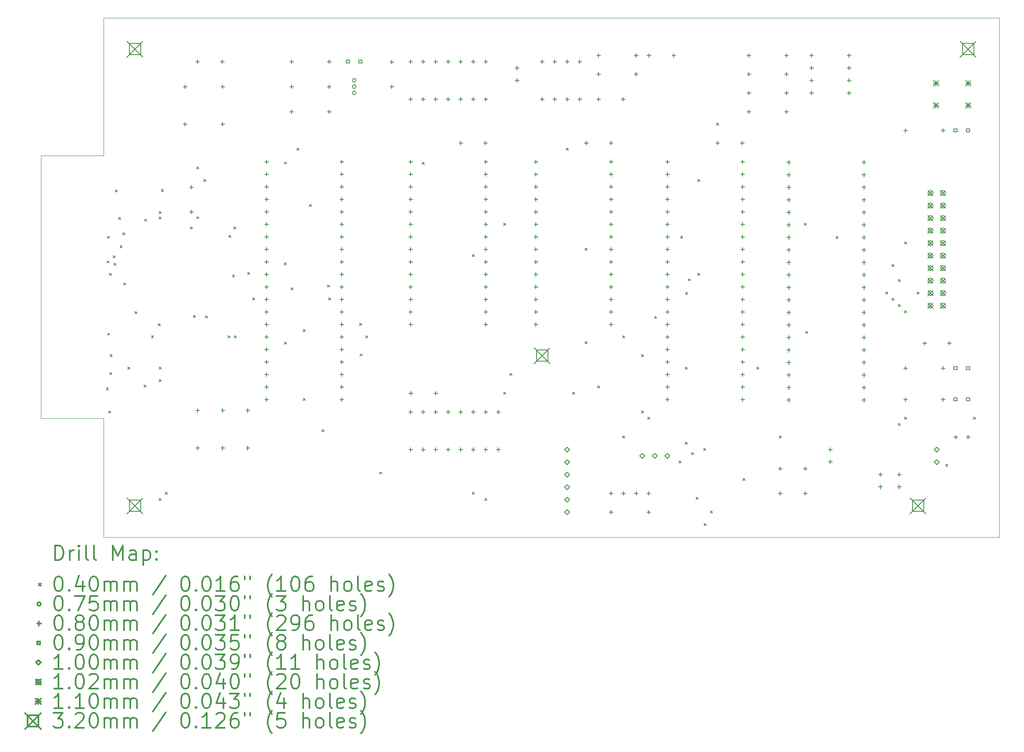
<source format=gbr>
%FSLAX45Y45*%
G04 Gerber Fmt 4.5, Leading zero omitted, Abs format (unit mm)*
G04 Created by KiCad (PCBNEW (5.1.4)-1) date 2020-06-08 02:01:42*
%MOMM*%
%LPD*%
G04 APERTURE LIST*
%ADD10C,0.050000*%
%ADD11C,0.200000*%
%ADD12C,0.300000*%
G04 APERTURE END LIST*
D10*
X25908000Y-14986000D02*
X7747000Y-14986000D01*
X25908000Y-4445000D02*
X25908000Y-14986000D01*
X25654000Y-4445000D02*
X25908000Y-4445000D01*
X7747000Y-4445000D02*
X25654000Y-4445000D01*
X7747000Y-7239000D02*
X7747000Y-4445000D01*
X6477000Y-7239000D02*
X7747000Y-7239000D01*
X6477000Y-12573000D02*
X6477000Y-7239000D01*
X7747000Y-12573000D02*
X6477000Y-12573000D01*
X7747000Y-14986000D02*
X7747000Y-12573000D01*
D11*
X7801070Y-11959990D02*
X7841070Y-11999990D01*
X7841070Y-11959990D02*
X7801070Y-11999990D01*
X7811010Y-9379640D02*
X7851010Y-9419640D01*
X7851010Y-9379640D02*
X7811010Y-9419640D01*
X7822630Y-8881420D02*
X7862630Y-8921420D01*
X7862630Y-8881420D02*
X7822630Y-8921420D01*
X7826860Y-10846290D02*
X7866860Y-10886290D01*
X7866860Y-10846290D02*
X7826860Y-10886290D01*
X7850660Y-12429340D02*
X7890660Y-12469340D01*
X7890660Y-12429340D02*
X7850660Y-12469340D01*
X7867520Y-9632510D02*
X7907520Y-9672510D01*
X7907520Y-9632510D02*
X7867520Y-9672510D01*
X7870811Y-11647001D02*
X7910811Y-11687001D01*
X7910811Y-11647001D02*
X7870811Y-11687001D01*
X7876420Y-11283000D02*
X7916420Y-11323000D01*
X7916420Y-11283000D02*
X7876420Y-11323000D01*
X7938990Y-9272320D02*
X7978990Y-9312320D01*
X7978990Y-9272320D02*
X7938990Y-9312320D01*
X7960440Y-9428220D02*
X8000440Y-9468220D01*
X8000440Y-9428220D02*
X7960440Y-9468220D01*
X7981000Y-7938600D02*
X8021000Y-7978600D01*
X8021000Y-7938600D02*
X7981000Y-7978600D01*
X8053336Y-8493893D02*
X8093336Y-8533893D01*
X8093336Y-8493893D02*
X8053336Y-8533893D01*
X8081100Y-9070350D02*
X8121100Y-9110350D01*
X8121100Y-9070350D02*
X8081100Y-9110350D01*
X8135170Y-8811020D02*
X8175170Y-8851020D01*
X8175170Y-8811020D02*
X8135170Y-8851020D01*
X8150220Y-9830590D02*
X8190220Y-9870590D01*
X8190220Y-9830590D02*
X8150220Y-9870590D01*
X8235000Y-11537000D02*
X8275000Y-11577000D01*
X8275000Y-11537000D02*
X8235000Y-11577000D01*
X8381260Y-10411270D02*
X8421260Y-10451270D01*
X8421260Y-10411270D02*
X8381260Y-10451270D01*
X8569800Y-11902270D02*
X8609800Y-11942270D01*
X8609800Y-11902270D02*
X8569800Y-11942270D01*
X8572751Y-8534538D02*
X8612751Y-8574538D01*
X8612751Y-8534538D02*
X8572751Y-8574538D01*
X8714460Y-10902000D02*
X8754460Y-10942000D01*
X8754460Y-10902000D02*
X8714460Y-10942000D01*
X8854310Y-10654170D02*
X8894310Y-10694170D01*
X8894310Y-10654170D02*
X8854310Y-10694170D01*
X8870000Y-8489000D02*
X8910000Y-8529000D01*
X8910000Y-8489000D02*
X8870000Y-8529000D01*
X8870000Y-11537000D02*
X8910000Y-11577000D01*
X8910000Y-11537000D02*
X8870000Y-11577000D01*
X8870000Y-11791000D02*
X8910000Y-11831000D01*
X8910000Y-11791000D02*
X8870000Y-11831000D01*
X8870000Y-14204000D02*
X8910000Y-14244000D01*
X8910000Y-14204000D02*
X8870000Y-14244000D01*
X8875040Y-8376470D02*
X8915040Y-8416470D01*
X8915040Y-8376470D02*
X8875040Y-8416470D01*
X8919218Y-7931782D02*
X8959218Y-7971782D01*
X8959218Y-7931782D02*
X8919218Y-7971782D01*
X8997000Y-14077000D02*
X9037000Y-14117000D01*
X9037000Y-14077000D02*
X8997000Y-14117000D01*
X9505000Y-8689540D02*
X9545000Y-8729540D01*
X9545000Y-8689540D02*
X9505000Y-8729540D01*
X9565210Y-10483920D02*
X9605210Y-10523920D01*
X9605210Y-10483920D02*
X9565210Y-10523920D01*
X9631340Y-8482610D02*
X9671340Y-8522610D01*
X9671340Y-8482610D02*
X9631340Y-8522610D01*
X9632000Y-7473000D02*
X9672000Y-7513000D01*
X9672000Y-7473000D02*
X9632000Y-7513000D01*
X9776371Y-7727000D02*
X9816371Y-7767000D01*
X9816371Y-7727000D02*
X9776371Y-7767000D01*
X9813499Y-10491950D02*
X9853499Y-10531950D01*
X9853499Y-10491950D02*
X9813499Y-10531950D01*
X10267000Y-10902000D02*
X10307000Y-10942000D01*
X10307000Y-10902000D02*
X10267000Y-10942000D01*
X10288780Y-8857060D02*
X10328780Y-8897060D01*
X10328780Y-8857060D02*
X10288780Y-8897060D01*
X10358470Y-9665510D02*
X10398470Y-9705510D01*
X10398470Y-9665510D02*
X10358470Y-9705510D01*
X10388540Y-8689540D02*
X10428540Y-8729540D01*
X10428540Y-8689540D02*
X10388540Y-8729540D01*
X10394000Y-10902000D02*
X10434000Y-10942000D01*
X10434000Y-10902000D02*
X10394000Y-10942000D01*
X10665950Y-9614050D02*
X10705950Y-9654050D01*
X10705950Y-9614050D02*
X10665950Y-9654050D01*
X10770770Y-10128680D02*
X10810770Y-10168680D01*
X10810770Y-10128680D02*
X10770770Y-10168680D01*
X11406990Y-9417530D02*
X11446990Y-9457530D01*
X11446990Y-9417530D02*
X11406990Y-9457530D01*
X11410000Y-7375180D02*
X11450000Y-7415180D01*
X11450000Y-7375180D02*
X11410000Y-7415180D01*
X11410000Y-11029000D02*
X11450000Y-11069000D01*
X11450000Y-11029000D02*
X11410000Y-11069000D01*
X11546498Y-9929009D02*
X11586498Y-9969009D01*
X11586498Y-9929009D02*
X11546498Y-9969009D01*
X11664000Y-7092000D02*
X11704000Y-7132000D01*
X11704000Y-7092000D02*
X11664000Y-7132000D01*
X11791000Y-10775000D02*
X11831000Y-10815000D01*
X11831000Y-10775000D02*
X11791000Y-10815000D01*
X11791000Y-12172000D02*
X11831000Y-12212000D01*
X11831000Y-12172000D02*
X11791000Y-12212000D01*
X11918000Y-8235000D02*
X11958000Y-8275000D01*
X11958000Y-8235000D02*
X11918000Y-8275000D01*
X12172000Y-12807000D02*
X12212000Y-12847000D01*
X12212000Y-12807000D02*
X12172000Y-12847000D01*
X12286930Y-9872430D02*
X12326930Y-9912430D01*
X12326930Y-9872430D02*
X12286930Y-9912430D01*
X12311650Y-10131210D02*
X12351650Y-10171210D01*
X12351650Y-10131210D02*
X12311650Y-10171210D01*
X12934000Y-10648000D02*
X12974000Y-10688000D01*
X12974000Y-10648000D02*
X12934000Y-10688000D01*
X12947400Y-11269600D02*
X12987400Y-11309600D01*
X12987400Y-11269600D02*
X12947400Y-11309600D01*
X13061000Y-10902000D02*
X13101000Y-10942000D01*
X13101000Y-10902000D02*
X13061000Y-10942000D01*
X13345000Y-13666000D02*
X13385000Y-13706000D01*
X13385000Y-13666000D02*
X13345000Y-13706000D01*
X14206460Y-7381030D02*
X14246460Y-7421030D01*
X14246460Y-7381030D02*
X14206460Y-7421030D01*
X15220000Y-9251000D02*
X15260000Y-9291000D01*
X15260000Y-9251000D02*
X15220000Y-9291000D01*
X15220000Y-14077000D02*
X15260000Y-14117000D01*
X15260000Y-14077000D02*
X15220000Y-14117000D01*
X15474000Y-14204000D02*
X15514000Y-14244000D01*
X15514000Y-14204000D02*
X15474000Y-14244000D01*
X15855000Y-8616000D02*
X15895000Y-8656000D01*
X15895000Y-8616000D02*
X15855000Y-8656000D01*
X15855000Y-12045000D02*
X15895000Y-12085000D01*
X15895000Y-12045000D02*
X15855000Y-12085000D01*
X15982000Y-11664000D02*
X16022000Y-11704000D01*
X16022000Y-11664000D02*
X15982000Y-11704000D01*
X17125000Y-7092000D02*
X17165000Y-7132000D01*
X17165000Y-7092000D02*
X17125000Y-7132000D01*
X17252000Y-12045000D02*
X17292000Y-12085000D01*
X17292000Y-12045000D02*
X17252000Y-12085000D01*
X17506000Y-9124000D02*
X17546000Y-9164000D01*
X17546000Y-9124000D02*
X17506000Y-9164000D01*
X17506000Y-11021060D02*
X17546000Y-11061060D01*
X17546000Y-11021060D02*
X17506000Y-11061060D01*
X17760000Y-11918000D02*
X17800000Y-11958000D01*
X17800000Y-11918000D02*
X17760000Y-11958000D01*
X18268000Y-10902000D02*
X18308000Y-10942000D01*
X18308000Y-10902000D02*
X18268000Y-10942000D01*
X18268000Y-12934000D02*
X18308000Y-12974000D01*
X18308000Y-12934000D02*
X18268000Y-12974000D01*
X18649000Y-11283000D02*
X18689000Y-11323000D01*
X18689000Y-11283000D02*
X18649000Y-11323000D01*
X18649000Y-12426000D02*
X18689000Y-12466000D01*
X18689000Y-12426000D02*
X18649000Y-12466000D01*
X18776000Y-12553000D02*
X18816000Y-12593000D01*
X18816000Y-12553000D02*
X18776000Y-12593000D01*
X18918350Y-10506590D02*
X18958350Y-10546590D01*
X18958350Y-10506590D02*
X18918350Y-10546590D01*
X19411000Y-13442000D02*
X19451000Y-13482000D01*
X19451000Y-13442000D02*
X19411000Y-13482000D01*
X19441720Y-8877230D02*
X19481720Y-8917230D01*
X19481720Y-8877230D02*
X19441720Y-8917230D01*
X19538000Y-11537000D02*
X19578000Y-11577000D01*
X19578000Y-11537000D02*
X19538000Y-11577000D01*
X19538000Y-13061000D02*
X19578000Y-13101000D01*
X19578000Y-13061000D02*
X19538000Y-13101000D01*
X19545450Y-10020500D02*
X19585450Y-10060500D01*
X19585450Y-10020500D02*
X19545450Y-10060500D01*
X19601210Y-9745430D02*
X19641210Y-9785430D01*
X19641210Y-9745430D02*
X19601210Y-9785430D01*
X19665000Y-13268999D02*
X19705000Y-13308999D01*
X19705000Y-13268999D02*
X19665000Y-13308999D01*
X19762500Y-14174500D02*
X19802500Y-14214500D01*
X19802500Y-14174500D02*
X19762500Y-14214500D01*
X19792000Y-7727000D02*
X19832000Y-7767000D01*
X19832000Y-7727000D02*
X19792000Y-7767000D01*
X19792000Y-9632000D02*
X19832000Y-9672000D01*
X19832000Y-9632000D02*
X19792000Y-9672000D01*
X19913956Y-13188000D02*
X19953956Y-13228000D01*
X19953956Y-13188000D02*
X19913956Y-13228000D01*
X19919000Y-14712000D02*
X19959000Y-14752000D01*
X19959000Y-14712000D02*
X19919000Y-14752000D01*
X20046000Y-14458000D02*
X20086000Y-14498000D01*
X20086000Y-14458000D02*
X20046000Y-14498000D01*
X20173000Y-6584000D02*
X20213000Y-6624000D01*
X20213000Y-6584000D02*
X20173000Y-6624000D01*
X20707500Y-13796500D02*
X20747500Y-13836500D01*
X20747500Y-13796500D02*
X20707500Y-13836500D01*
X20990280Y-11537000D02*
X21030280Y-11577000D01*
X21030280Y-11537000D02*
X20990280Y-11577000D01*
X21443000Y-12934000D02*
X21483000Y-12974000D01*
X21483000Y-12934000D02*
X21443000Y-12974000D01*
X21951000Y-8616000D02*
X21991000Y-8656000D01*
X21991000Y-8616000D02*
X21951000Y-8656000D01*
X21976500Y-10812800D02*
X22016500Y-10852800D01*
X22016500Y-10812800D02*
X21976500Y-10852800D01*
X22591370Y-8884410D02*
X22631370Y-8924410D01*
X22631370Y-8884410D02*
X22591370Y-8924410D01*
X23602000Y-10013000D02*
X23642000Y-10053000D01*
X23642000Y-10013000D02*
X23602000Y-10053000D01*
X23729000Y-9454590D02*
X23769000Y-9494590D01*
X23769000Y-9454590D02*
X23729000Y-9494590D01*
X23729000Y-10140000D02*
X23769000Y-10180000D01*
X23769000Y-10140000D02*
X23729000Y-10180000D01*
X23856000Y-9759000D02*
X23896000Y-9799000D01*
X23896000Y-9759000D02*
X23856000Y-9799000D01*
X23856000Y-10267000D02*
X23896000Y-10307000D01*
X23896000Y-10267000D02*
X23856000Y-10307000D01*
X23856000Y-12680000D02*
X23896000Y-12720000D01*
X23896000Y-12680000D02*
X23856000Y-12720000D01*
X23983000Y-8997000D02*
X24023000Y-9037000D01*
X24023000Y-8997000D02*
X23983000Y-9037000D01*
X23983000Y-10394000D02*
X24023000Y-10434000D01*
X24023000Y-10394000D02*
X23983000Y-10434000D01*
X23983000Y-12553000D02*
X24023000Y-12593000D01*
X24023000Y-12553000D02*
X23983000Y-12593000D01*
X24237000Y-10013000D02*
X24277000Y-10053000D01*
X24277000Y-10013000D02*
X24237000Y-10053000D01*
X24820020Y-13505550D02*
X24860020Y-13545550D01*
X24860020Y-13505550D02*
X24820020Y-13545550D01*
X25380000Y-12553000D02*
X25420000Y-12593000D01*
X25420000Y-12553000D02*
X25380000Y-12593000D01*
X12864500Y-5715000D02*
G75*
G03X12864500Y-5715000I-37500J0D01*
G01*
X12864500Y-5842000D02*
G75*
G03X12864500Y-5842000I-37500J0D01*
G01*
X12864500Y-5969000D02*
G75*
G03X12864500Y-5969000I-37500J0D01*
G01*
X21971000Y-13557000D02*
X21971000Y-13637000D01*
X21931000Y-13597000D02*
X22011000Y-13597000D01*
X21971000Y-14057000D02*
X21971000Y-14137000D01*
X21931000Y-14097000D02*
X22011000Y-14097000D01*
X13978000Y-12025000D02*
X13978000Y-12105000D01*
X13938000Y-12065000D02*
X14018000Y-12065000D01*
X14478000Y-12025000D02*
X14478000Y-12105000D01*
X14438000Y-12065000D02*
X14518000Y-12065000D01*
X13970000Y-7326000D02*
X13970000Y-7406000D01*
X13930000Y-7366000D02*
X14010000Y-7366000D01*
X13970000Y-7580000D02*
X13970000Y-7660000D01*
X13930000Y-7620000D02*
X14010000Y-7620000D01*
X13970000Y-7834000D02*
X13970000Y-7914000D01*
X13930000Y-7874000D02*
X14010000Y-7874000D01*
X13970000Y-8088000D02*
X13970000Y-8168000D01*
X13930000Y-8128000D02*
X14010000Y-8128000D01*
X13970000Y-8342000D02*
X13970000Y-8422000D01*
X13930000Y-8382000D02*
X14010000Y-8382000D01*
X13970000Y-8596000D02*
X13970000Y-8676000D01*
X13930000Y-8636000D02*
X14010000Y-8636000D01*
X13970000Y-8850000D02*
X13970000Y-8930000D01*
X13930000Y-8890000D02*
X14010000Y-8890000D01*
X13970000Y-9104000D02*
X13970000Y-9184000D01*
X13930000Y-9144000D02*
X14010000Y-9144000D01*
X13970000Y-9358000D02*
X13970000Y-9438000D01*
X13930000Y-9398000D02*
X14010000Y-9398000D01*
X13970000Y-9612000D02*
X13970000Y-9692000D01*
X13930000Y-9652000D02*
X14010000Y-9652000D01*
X13970000Y-9866000D02*
X13970000Y-9946000D01*
X13930000Y-9906000D02*
X14010000Y-9906000D01*
X13970000Y-10120000D02*
X13970000Y-10200000D01*
X13930000Y-10160000D02*
X14010000Y-10160000D01*
X13970000Y-10374000D02*
X13970000Y-10454000D01*
X13930000Y-10414000D02*
X14010000Y-10414000D01*
X13970000Y-10628000D02*
X13970000Y-10708000D01*
X13930000Y-10668000D02*
X14010000Y-10668000D01*
X15494000Y-7326000D02*
X15494000Y-7406000D01*
X15454000Y-7366000D02*
X15534000Y-7366000D01*
X15494000Y-7580000D02*
X15494000Y-7660000D01*
X15454000Y-7620000D02*
X15534000Y-7620000D01*
X15494000Y-7834000D02*
X15494000Y-7914000D01*
X15454000Y-7874000D02*
X15534000Y-7874000D01*
X15494000Y-8088000D02*
X15494000Y-8168000D01*
X15454000Y-8128000D02*
X15534000Y-8128000D01*
X15494000Y-8342000D02*
X15494000Y-8422000D01*
X15454000Y-8382000D02*
X15534000Y-8382000D01*
X15494000Y-8596000D02*
X15494000Y-8676000D01*
X15454000Y-8636000D02*
X15534000Y-8636000D01*
X15494000Y-8850000D02*
X15494000Y-8930000D01*
X15454000Y-8890000D02*
X15534000Y-8890000D01*
X15494000Y-9104000D02*
X15494000Y-9184000D01*
X15454000Y-9144000D02*
X15534000Y-9144000D01*
X15494000Y-9358000D02*
X15494000Y-9438000D01*
X15454000Y-9398000D02*
X15534000Y-9398000D01*
X15494000Y-9612000D02*
X15494000Y-9692000D01*
X15454000Y-9652000D02*
X15534000Y-9652000D01*
X15494000Y-9866000D02*
X15494000Y-9946000D01*
X15454000Y-9906000D02*
X15534000Y-9906000D01*
X15494000Y-10120000D02*
X15494000Y-10200000D01*
X15454000Y-10160000D02*
X15534000Y-10160000D01*
X15494000Y-10374000D02*
X15494000Y-10454000D01*
X15454000Y-10414000D02*
X15534000Y-10414000D01*
X15494000Y-10628000D02*
X15494000Y-10708000D01*
X15454000Y-10668000D02*
X15534000Y-10668000D01*
X16129000Y-5425000D02*
X16129000Y-5505000D01*
X16089000Y-5465000D02*
X16169000Y-5465000D01*
X16129000Y-5675000D02*
X16129000Y-5755000D01*
X16089000Y-5715000D02*
X16169000Y-5715000D01*
X17780000Y-5167000D02*
X17780000Y-5247000D01*
X17740000Y-5207000D02*
X17820000Y-5207000D01*
X18542000Y-5167000D02*
X18542000Y-5247000D01*
X18502000Y-5207000D02*
X18582000Y-5207000D01*
X19177000Y-7326000D02*
X19177000Y-7406000D01*
X19137000Y-7366000D02*
X19217000Y-7366000D01*
X19177000Y-7580000D02*
X19177000Y-7660000D01*
X19137000Y-7620000D02*
X19217000Y-7620000D01*
X19177000Y-7834000D02*
X19177000Y-7914000D01*
X19137000Y-7874000D02*
X19217000Y-7874000D01*
X19177000Y-8088000D02*
X19177000Y-8168000D01*
X19137000Y-8128000D02*
X19217000Y-8128000D01*
X19177000Y-8342000D02*
X19177000Y-8422000D01*
X19137000Y-8382000D02*
X19217000Y-8382000D01*
X19177000Y-8596000D02*
X19177000Y-8676000D01*
X19137000Y-8636000D02*
X19217000Y-8636000D01*
X19177000Y-8850000D02*
X19177000Y-8930000D01*
X19137000Y-8890000D02*
X19217000Y-8890000D01*
X19177000Y-9104000D02*
X19177000Y-9184000D01*
X19137000Y-9144000D02*
X19217000Y-9144000D01*
X19177000Y-9358000D02*
X19177000Y-9438000D01*
X19137000Y-9398000D02*
X19217000Y-9398000D01*
X19177000Y-9612000D02*
X19177000Y-9692000D01*
X19137000Y-9652000D02*
X19217000Y-9652000D01*
X19177000Y-9866000D02*
X19177000Y-9946000D01*
X19137000Y-9906000D02*
X19217000Y-9906000D01*
X19177000Y-10120000D02*
X19177000Y-10200000D01*
X19137000Y-10160000D02*
X19217000Y-10160000D01*
X19177000Y-10374000D02*
X19177000Y-10454000D01*
X19137000Y-10414000D02*
X19217000Y-10414000D01*
X19177000Y-10628000D02*
X19177000Y-10708000D01*
X19137000Y-10668000D02*
X19217000Y-10668000D01*
X19177000Y-10882000D02*
X19177000Y-10962000D01*
X19137000Y-10922000D02*
X19217000Y-10922000D01*
X19177000Y-11136000D02*
X19177000Y-11216000D01*
X19137000Y-11176000D02*
X19217000Y-11176000D01*
X19177000Y-11390000D02*
X19177000Y-11470000D01*
X19137000Y-11430000D02*
X19217000Y-11430000D01*
X19177000Y-11644000D02*
X19177000Y-11724000D01*
X19137000Y-11684000D02*
X19217000Y-11684000D01*
X19177000Y-11898000D02*
X19177000Y-11978000D01*
X19137000Y-11938000D02*
X19217000Y-11938000D01*
X19177000Y-12152000D02*
X19177000Y-12232000D01*
X19137000Y-12192000D02*
X19217000Y-12192000D01*
X20701000Y-7326000D02*
X20701000Y-7406000D01*
X20661000Y-7366000D02*
X20741000Y-7366000D01*
X20701000Y-7580000D02*
X20701000Y-7660000D01*
X20661000Y-7620000D02*
X20741000Y-7620000D01*
X20701000Y-7834000D02*
X20701000Y-7914000D01*
X20661000Y-7874000D02*
X20741000Y-7874000D01*
X20701000Y-8088000D02*
X20701000Y-8168000D01*
X20661000Y-8128000D02*
X20741000Y-8128000D01*
X20701000Y-8342000D02*
X20701000Y-8422000D01*
X20661000Y-8382000D02*
X20741000Y-8382000D01*
X20701000Y-8596000D02*
X20701000Y-8676000D01*
X20661000Y-8636000D02*
X20741000Y-8636000D01*
X20701000Y-8850000D02*
X20701000Y-8930000D01*
X20661000Y-8890000D02*
X20741000Y-8890000D01*
X20701000Y-9104000D02*
X20701000Y-9184000D01*
X20661000Y-9144000D02*
X20741000Y-9144000D01*
X20701000Y-9358000D02*
X20701000Y-9438000D01*
X20661000Y-9398000D02*
X20741000Y-9398000D01*
X20701000Y-9612000D02*
X20701000Y-9692000D01*
X20661000Y-9652000D02*
X20741000Y-9652000D01*
X20701000Y-9866000D02*
X20701000Y-9946000D01*
X20661000Y-9906000D02*
X20741000Y-9906000D01*
X20701000Y-10120000D02*
X20701000Y-10200000D01*
X20661000Y-10160000D02*
X20741000Y-10160000D01*
X20701000Y-10374000D02*
X20701000Y-10454000D01*
X20661000Y-10414000D02*
X20741000Y-10414000D01*
X20701000Y-10628000D02*
X20701000Y-10708000D01*
X20661000Y-10668000D02*
X20741000Y-10668000D01*
X20701000Y-10882000D02*
X20701000Y-10962000D01*
X20661000Y-10922000D02*
X20741000Y-10922000D01*
X20701000Y-11136000D02*
X20701000Y-11216000D01*
X20661000Y-11176000D02*
X20741000Y-11176000D01*
X20701000Y-11390000D02*
X20701000Y-11470000D01*
X20661000Y-11430000D02*
X20741000Y-11430000D01*
X20701000Y-11644000D02*
X20701000Y-11724000D01*
X20661000Y-11684000D02*
X20741000Y-11684000D01*
X20701000Y-11898000D02*
X20701000Y-11978000D01*
X20661000Y-11938000D02*
X20741000Y-11938000D01*
X20701000Y-12152000D02*
X20701000Y-12232000D01*
X20661000Y-12192000D02*
X20741000Y-12192000D01*
X23495000Y-13676000D02*
X23495000Y-13756000D01*
X23455000Y-13716000D02*
X23535000Y-13716000D01*
X23495000Y-13926000D02*
X23495000Y-14006000D01*
X23455000Y-13966000D02*
X23535000Y-13966000D01*
X16637000Y-5294000D02*
X16637000Y-5374000D01*
X16597000Y-5334000D02*
X16677000Y-5334000D01*
X16637000Y-6056000D02*
X16637000Y-6136000D01*
X16597000Y-6096000D02*
X16677000Y-6096000D01*
X16891000Y-5294000D02*
X16891000Y-5374000D01*
X16851000Y-5334000D02*
X16931000Y-5334000D01*
X16891000Y-6056000D02*
X16891000Y-6136000D01*
X16851000Y-6096000D02*
X16931000Y-6096000D01*
X17145000Y-5294000D02*
X17145000Y-5374000D01*
X17105000Y-5334000D02*
X17185000Y-5334000D01*
X17145000Y-6056000D02*
X17145000Y-6136000D01*
X17105000Y-6096000D02*
X17185000Y-6096000D01*
X17399000Y-5294000D02*
X17399000Y-5374000D01*
X17359000Y-5334000D02*
X17439000Y-5334000D01*
X17399000Y-6056000D02*
X17399000Y-6136000D01*
X17359000Y-6096000D02*
X17439000Y-6096000D01*
X17780000Y-6056000D02*
X17780000Y-6136000D01*
X17740000Y-6096000D02*
X17820000Y-6096000D01*
X18280000Y-6056000D02*
X18280000Y-6136000D01*
X18240000Y-6096000D02*
X18320000Y-6096000D01*
X24003000Y-6691000D02*
X24003000Y-6771000D01*
X23963000Y-6731000D02*
X24043000Y-6731000D01*
X24765000Y-6691000D02*
X24765000Y-6771000D01*
X24725000Y-6731000D02*
X24805000Y-6731000D01*
X20828000Y-5167000D02*
X20828000Y-5247000D01*
X20788000Y-5207000D02*
X20868000Y-5207000D01*
X21590000Y-5167000D02*
X21590000Y-5247000D01*
X21550000Y-5207000D02*
X21630000Y-5207000D01*
X20828000Y-5548000D02*
X20828000Y-5628000D01*
X20788000Y-5588000D02*
X20868000Y-5588000D01*
X21590000Y-5548000D02*
X21590000Y-5628000D01*
X21550000Y-5588000D02*
X21630000Y-5588000D01*
X17534000Y-6945000D02*
X17534000Y-7025000D01*
X17494000Y-6985000D02*
X17574000Y-6985000D01*
X18034000Y-6945000D02*
X18034000Y-7025000D01*
X17994000Y-6985000D02*
X18074000Y-6985000D01*
X22479000Y-13168000D02*
X22479000Y-13248000D01*
X22439000Y-13208000D02*
X22519000Y-13208000D01*
X22479000Y-13418000D02*
X22479000Y-13498000D01*
X22439000Y-13458000D02*
X22519000Y-13458000D01*
X13970000Y-5294000D02*
X13970000Y-5374000D01*
X13930000Y-5334000D02*
X14010000Y-5334000D01*
X13970000Y-6056000D02*
X13970000Y-6136000D01*
X13930000Y-6096000D02*
X14010000Y-6096000D01*
X14224000Y-5294000D02*
X14224000Y-5374000D01*
X14184000Y-5334000D02*
X14264000Y-5334000D01*
X14224000Y-6056000D02*
X14224000Y-6136000D01*
X14184000Y-6096000D02*
X14264000Y-6096000D01*
X14478000Y-5294000D02*
X14478000Y-5374000D01*
X14438000Y-5334000D02*
X14518000Y-5334000D01*
X14478000Y-6056000D02*
X14478000Y-6136000D01*
X14438000Y-6096000D02*
X14518000Y-6096000D01*
X14732000Y-5294000D02*
X14732000Y-5374000D01*
X14692000Y-5334000D02*
X14772000Y-5334000D01*
X14732000Y-6056000D02*
X14732000Y-6136000D01*
X14692000Y-6096000D02*
X14772000Y-6096000D01*
X14986000Y-5294000D02*
X14986000Y-5374000D01*
X14946000Y-5334000D02*
X15026000Y-5334000D01*
X14986000Y-6056000D02*
X14986000Y-6136000D01*
X14946000Y-6096000D02*
X15026000Y-6096000D01*
X15240000Y-5294000D02*
X15240000Y-5374000D01*
X15200000Y-5334000D02*
X15280000Y-5334000D01*
X15240000Y-6056000D02*
X15240000Y-6136000D01*
X15200000Y-6096000D02*
X15280000Y-6096000D01*
X15494000Y-5294000D02*
X15494000Y-5374000D01*
X15454000Y-5334000D02*
X15534000Y-5334000D01*
X15494000Y-6056000D02*
X15494000Y-6136000D01*
X15454000Y-6096000D02*
X15534000Y-6096000D01*
X24392000Y-11009000D02*
X24392000Y-11089000D01*
X24352000Y-11049000D02*
X24432000Y-11049000D01*
X24892000Y-11009000D02*
X24892000Y-11089000D01*
X24852000Y-11049000D02*
X24932000Y-11049000D01*
X18034000Y-14057000D02*
X18034000Y-14137000D01*
X17994000Y-14097000D02*
X18074000Y-14097000D01*
X18284000Y-14057000D02*
X18284000Y-14137000D01*
X18244000Y-14097000D02*
X18324000Y-14097000D01*
X18804000Y-5167000D02*
X18804000Y-5247000D01*
X18764000Y-5207000D02*
X18844000Y-5207000D01*
X19304000Y-5167000D02*
X19304000Y-5247000D01*
X19264000Y-5207000D02*
X19344000Y-5207000D01*
X20828000Y-5929000D02*
X20828000Y-6009000D01*
X20788000Y-5969000D02*
X20868000Y-5969000D01*
X21590000Y-5929000D02*
X21590000Y-6009000D01*
X21550000Y-5969000D02*
X21630000Y-5969000D01*
X21463000Y-13557000D02*
X21463000Y-13637000D01*
X21423000Y-13597000D02*
X21503000Y-13597000D01*
X21463000Y-14057000D02*
X21463000Y-14137000D01*
X21423000Y-14097000D02*
X21503000Y-14097000D01*
X20828000Y-6310000D02*
X20828000Y-6390000D01*
X20788000Y-6350000D02*
X20868000Y-6350000D01*
X21590000Y-6310000D02*
X21590000Y-6390000D01*
X21550000Y-6350000D02*
X21630000Y-6350000D01*
X24003000Y-12152000D02*
X24003000Y-12232000D01*
X23963000Y-12192000D02*
X24043000Y-12192000D01*
X24765000Y-12152000D02*
X24765000Y-12232000D01*
X24725000Y-12192000D02*
X24805000Y-12192000D01*
X20193000Y-6945000D02*
X20193000Y-7025000D01*
X20153000Y-6985000D02*
X20233000Y-6985000D01*
X20693000Y-6945000D02*
X20693000Y-7025000D01*
X20653000Y-6985000D02*
X20733000Y-6985000D01*
X9525000Y-7842000D02*
X9525000Y-7922000D01*
X9485000Y-7882000D02*
X9565000Y-7882000D01*
X9525000Y-8342000D02*
X9525000Y-8422000D01*
X9485000Y-8382000D02*
X9565000Y-8382000D01*
X10160000Y-12376000D02*
X10160000Y-12456000D01*
X10120000Y-12416000D02*
X10200000Y-12416000D01*
X10160000Y-13138000D02*
X10160000Y-13218000D01*
X10120000Y-13178000D02*
X10200000Y-13178000D01*
X25023000Y-12914000D02*
X25023000Y-12994000D01*
X24983000Y-12954000D02*
X25063000Y-12954000D01*
X25273000Y-12914000D02*
X25273000Y-12994000D01*
X25233000Y-12954000D02*
X25313000Y-12954000D01*
X11049000Y-7326000D02*
X11049000Y-7406000D01*
X11009000Y-7366000D02*
X11089000Y-7366000D01*
X11049000Y-7580000D02*
X11049000Y-7660000D01*
X11009000Y-7620000D02*
X11089000Y-7620000D01*
X11049000Y-7834000D02*
X11049000Y-7914000D01*
X11009000Y-7874000D02*
X11089000Y-7874000D01*
X11049000Y-8088000D02*
X11049000Y-8168000D01*
X11009000Y-8128000D02*
X11089000Y-8128000D01*
X11049000Y-8342000D02*
X11049000Y-8422000D01*
X11009000Y-8382000D02*
X11089000Y-8382000D01*
X11049000Y-8596000D02*
X11049000Y-8676000D01*
X11009000Y-8636000D02*
X11089000Y-8636000D01*
X11049000Y-8850000D02*
X11049000Y-8930000D01*
X11009000Y-8890000D02*
X11089000Y-8890000D01*
X11049000Y-9104000D02*
X11049000Y-9184000D01*
X11009000Y-9144000D02*
X11089000Y-9144000D01*
X11049000Y-9358000D02*
X11049000Y-9438000D01*
X11009000Y-9398000D02*
X11089000Y-9398000D01*
X11049000Y-9612000D02*
X11049000Y-9692000D01*
X11009000Y-9652000D02*
X11089000Y-9652000D01*
X11049000Y-9866000D02*
X11049000Y-9946000D01*
X11009000Y-9906000D02*
X11089000Y-9906000D01*
X11049000Y-10120000D02*
X11049000Y-10200000D01*
X11009000Y-10160000D02*
X11089000Y-10160000D01*
X11049000Y-10374000D02*
X11049000Y-10454000D01*
X11009000Y-10414000D02*
X11089000Y-10414000D01*
X11049000Y-10628000D02*
X11049000Y-10708000D01*
X11009000Y-10668000D02*
X11089000Y-10668000D01*
X11049000Y-10882000D02*
X11049000Y-10962000D01*
X11009000Y-10922000D02*
X11089000Y-10922000D01*
X11049000Y-11136000D02*
X11049000Y-11216000D01*
X11009000Y-11176000D02*
X11089000Y-11176000D01*
X11049000Y-11390000D02*
X11049000Y-11470000D01*
X11009000Y-11430000D02*
X11089000Y-11430000D01*
X11049000Y-11644000D02*
X11049000Y-11724000D01*
X11009000Y-11684000D02*
X11089000Y-11684000D01*
X11049000Y-11898000D02*
X11049000Y-11978000D01*
X11009000Y-11938000D02*
X11089000Y-11938000D01*
X11049000Y-12152000D02*
X11049000Y-12232000D01*
X11009000Y-12192000D02*
X11089000Y-12192000D01*
X12573000Y-7326000D02*
X12573000Y-7406000D01*
X12533000Y-7366000D02*
X12613000Y-7366000D01*
X12573000Y-7580000D02*
X12573000Y-7660000D01*
X12533000Y-7620000D02*
X12613000Y-7620000D01*
X12573000Y-7834000D02*
X12573000Y-7914000D01*
X12533000Y-7874000D02*
X12613000Y-7874000D01*
X12573000Y-8088000D02*
X12573000Y-8168000D01*
X12533000Y-8128000D02*
X12613000Y-8128000D01*
X12573000Y-8342000D02*
X12573000Y-8422000D01*
X12533000Y-8382000D02*
X12613000Y-8382000D01*
X12573000Y-8596000D02*
X12573000Y-8676000D01*
X12533000Y-8636000D02*
X12613000Y-8636000D01*
X12573000Y-8850000D02*
X12573000Y-8930000D01*
X12533000Y-8890000D02*
X12613000Y-8890000D01*
X12573000Y-9104000D02*
X12573000Y-9184000D01*
X12533000Y-9144000D02*
X12613000Y-9144000D01*
X12573000Y-9358000D02*
X12573000Y-9438000D01*
X12533000Y-9398000D02*
X12613000Y-9398000D01*
X12573000Y-9612000D02*
X12573000Y-9692000D01*
X12533000Y-9652000D02*
X12613000Y-9652000D01*
X12573000Y-9866000D02*
X12573000Y-9946000D01*
X12533000Y-9906000D02*
X12613000Y-9906000D01*
X12573000Y-10120000D02*
X12573000Y-10200000D01*
X12533000Y-10160000D02*
X12613000Y-10160000D01*
X12573000Y-10374000D02*
X12573000Y-10454000D01*
X12533000Y-10414000D02*
X12613000Y-10414000D01*
X12573000Y-10628000D02*
X12573000Y-10708000D01*
X12533000Y-10668000D02*
X12613000Y-10668000D01*
X12573000Y-10882000D02*
X12573000Y-10962000D01*
X12533000Y-10922000D02*
X12613000Y-10922000D01*
X12573000Y-11136000D02*
X12573000Y-11216000D01*
X12533000Y-11176000D02*
X12613000Y-11176000D01*
X12573000Y-11390000D02*
X12573000Y-11470000D01*
X12533000Y-11430000D02*
X12613000Y-11430000D01*
X12573000Y-11644000D02*
X12573000Y-11724000D01*
X12533000Y-11684000D02*
X12613000Y-11684000D01*
X12573000Y-11898000D02*
X12573000Y-11978000D01*
X12533000Y-11938000D02*
X12613000Y-11938000D01*
X12573000Y-12152000D02*
X12573000Y-12232000D01*
X12533000Y-12192000D02*
X12613000Y-12192000D01*
X16510000Y-7326000D02*
X16510000Y-7406000D01*
X16470000Y-7366000D02*
X16550000Y-7366000D01*
X16510000Y-7580000D02*
X16510000Y-7660000D01*
X16470000Y-7620000D02*
X16550000Y-7620000D01*
X16510000Y-7834000D02*
X16510000Y-7914000D01*
X16470000Y-7874000D02*
X16550000Y-7874000D01*
X16510000Y-8088000D02*
X16510000Y-8168000D01*
X16470000Y-8128000D02*
X16550000Y-8128000D01*
X16510000Y-8342000D02*
X16510000Y-8422000D01*
X16470000Y-8382000D02*
X16550000Y-8382000D01*
X16510000Y-8596000D02*
X16510000Y-8676000D01*
X16470000Y-8636000D02*
X16550000Y-8636000D01*
X16510000Y-8850000D02*
X16510000Y-8930000D01*
X16470000Y-8890000D02*
X16550000Y-8890000D01*
X16510000Y-9104000D02*
X16510000Y-9184000D01*
X16470000Y-9144000D02*
X16550000Y-9144000D01*
X16510000Y-9358000D02*
X16510000Y-9438000D01*
X16470000Y-9398000D02*
X16550000Y-9398000D01*
X16510000Y-9612000D02*
X16510000Y-9692000D01*
X16470000Y-9652000D02*
X16550000Y-9652000D01*
X16510000Y-9866000D02*
X16510000Y-9946000D01*
X16470000Y-9906000D02*
X16550000Y-9906000D01*
X16510000Y-10120000D02*
X16510000Y-10200000D01*
X16470000Y-10160000D02*
X16550000Y-10160000D01*
X16510000Y-10374000D02*
X16510000Y-10454000D01*
X16470000Y-10414000D02*
X16550000Y-10414000D01*
X16510000Y-10628000D02*
X16510000Y-10708000D01*
X16470000Y-10668000D02*
X16550000Y-10668000D01*
X18034000Y-7326000D02*
X18034000Y-7406000D01*
X17994000Y-7366000D02*
X18074000Y-7366000D01*
X18034000Y-7580000D02*
X18034000Y-7660000D01*
X17994000Y-7620000D02*
X18074000Y-7620000D01*
X18034000Y-7834000D02*
X18034000Y-7914000D01*
X17994000Y-7874000D02*
X18074000Y-7874000D01*
X18034000Y-8088000D02*
X18034000Y-8168000D01*
X17994000Y-8128000D02*
X18074000Y-8128000D01*
X18034000Y-8342000D02*
X18034000Y-8422000D01*
X17994000Y-8382000D02*
X18074000Y-8382000D01*
X18034000Y-8596000D02*
X18034000Y-8676000D01*
X17994000Y-8636000D02*
X18074000Y-8636000D01*
X18034000Y-8850000D02*
X18034000Y-8930000D01*
X17994000Y-8890000D02*
X18074000Y-8890000D01*
X18034000Y-9104000D02*
X18034000Y-9184000D01*
X17994000Y-9144000D02*
X18074000Y-9144000D01*
X18034000Y-9358000D02*
X18034000Y-9438000D01*
X17994000Y-9398000D02*
X18074000Y-9398000D01*
X18034000Y-9612000D02*
X18034000Y-9692000D01*
X17994000Y-9652000D02*
X18074000Y-9652000D01*
X18034000Y-9866000D02*
X18034000Y-9946000D01*
X17994000Y-9906000D02*
X18074000Y-9906000D01*
X18034000Y-10120000D02*
X18034000Y-10200000D01*
X17994000Y-10160000D02*
X18074000Y-10160000D01*
X18034000Y-10374000D02*
X18034000Y-10454000D01*
X17994000Y-10414000D02*
X18074000Y-10414000D01*
X18034000Y-10628000D02*
X18034000Y-10708000D01*
X17994000Y-10668000D02*
X18074000Y-10668000D01*
X18546000Y-14057000D02*
X18546000Y-14137000D01*
X18506000Y-14097000D02*
X18586000Y-14097000D01*
X18796000Y-14057000D02*
X18796000Y-14137000D01*
X18756000Y-14097000D02*
X18836000Y-14097000D01*
X13589000Y-5302000D02*
X13589000Y-5382000D01*
X13549000Y-5342000D02*
X13629000Y-5342000D01*
X13589000Y-5802000D02*
X13589000Y-5882000D01*
X13549000Y-5842000D02*
X13629000Y-5842000D01*
X11557000Y-6310000D02*
X11557000Y-6390000D01*
X11517000Y-6350000D02*
X11597000Y-6350000D01*
X12319000Y-6310000D02*
X12319000Y-6390000D01*
X12279000Y-6350000D02*
X12359000Y-6350000D01*
X13970000Y-12406000D02*
X13970000Y-12486000D01*
X13930000Y-12446000D02*
X14010000Y-12446000D01*
X13970000Y-13168000D02*
X13970000Y-13248000D01*
X13930000Y-13208000D02*
X14010000Y-13208000D01*
X14224000Y-12406000D02*
X14224000Y-12486000D01*
X14184000Y-12446000D02*
X14264000Y-12446000D01*
X14224000Y-13168000D02*
X14224000Y-13248000D01*
X14184000Y-13208000D02*
X14264000Y-13208000D01*
X14478000Y-12406000D02*
X14478000Y-12486000D01*
X14438000Y-12446000D02*
X14518000Y-12446000D01*
X14478000Y-13168000D02*
X14478000Y-13248000D01*
X14438000Y-13208000D02*
X14518000Y-13208000D01*
X14732000Y-12406000D02*
X14732000Y-12486000D01*
X14692000Y-12446000D02*
X14772000Y-12446000D01*
X14732000Y-13168000D02*
X14732000Y-13248000D01*
X14692000Y-13208000D02*
X14772000Y-13208000D01*
X14986000Y-12406000D02*
X14986000Y-12486000D01*
X14946000Y-12446000D02*
X15026000Y-12446000D01*
X14986000Y-13168000D02*
X14986000Y-13248000D01*
X14946000Y-13208000D02*
X15026000Y-13208000D01*
X15240000Y-12406000D02*
X15240000Y-12486000D01*
X15200000Y-12446000D02*
X15280000Y-12446000D01*
X15240000Y-13168000D02*
X15240000Y-13248000D01*
X15200000Y-13208000D02*
X15280000Y-13208000D01*
X15494000Y-12406000D02*
X15494000Y-12486000D01*
X15454000Y-12446000D02*
X15534000Y-12446000D01*
X15494000Y-13168000D02*
X15494000Y-13248000D01*
X15454000Y-13208000D02*
X15534000Y-13208000D01*
X15748000Y-12406000D02*
X15748000Y-12486000D01*
X15708000Y-12446000D02*
X15788000Y-12446000D01*
X15748000Y-13168000D02*
X15748000Y-13248000D01*
X15708000Y-13208000D02*
X15788000Y-13208000D01*
X14986000Y-6945000D02*
X14986000Y-7025000D01*
X14946000Y-6985000D02*
X15026000Y-6985000D01*
X15486000Y-6945000D02*
X15486000Y-7025000D01*
X15446000Y-6985000D02*
X15526000Y-6985000D01*
X11557000Y-5294000D02*
X11557000Y-5374000D01*
X11517000Y-5334000D02*
X11597000Y-5334000D01*
X12319000Y-5294000D02*
X12319000Y-5374000D01*
X12279000Y-5334000D02*
X12359000Y-5334000D01*
X21635000Y-7338000D02*
X21635000Y-7418000D01*
X21595000Y-7378000D02*
X21675000Y-7378000D01*
X21635000Y-7592000D02*
X21635000Y-7672000D01*
X21595000Y-7632000D02*
X21675000Y-7632000D01*
X21635000Y-7846000D02*
X21635000Y-7926000D01*
X21595000Y-7886000D02*
X21675000Y-7886000D01*
X21635000Y-8100000D02*
X21635000Y-8180000D01*
X21595000Y-8140000D02*
X21675000Y-8140000D01*
X21635000Y-8354000D02*
X21635000Y-8434000D01*
X21595000Y-8394000D02*
X21675000Y-8394000D01*
X21635000Y-8608000D02*
X21635000Y-8688000D01*
X21595000Y-8648000D02*
X21675000Y-8648000D01*
X21635000Y-8862000D02*
X21635000Y-8942000D01*
X21595000Y-8902000D02*
X21675000Y-8902000D01*
X21635000Y-9116000D02*
X21635000Y-9196000D01*
X21595000Y-9156000D02*
X21675000Y-9156000D01*
X21635000Y-9370000D02*
X21635000Y-9450000D01*
X21595000Y-9410000D02*
X21675000Y-9410000D01*
X21635000Y-9624000D02*
X21635000Y-9704000D01*
X21595000Y-9664000D02*
X21675000Y-9664000D01*
X21635000Y-9878000D02*
X21635000Y-9958000D01*
X21595000Y-9918000D02*
X21675000Y-9918000D01*
X21635000Y-10132000D02*
X21635000Y-10212000D01*
X21595000Y-10172000D02*
X21675000Y-10172000D01*
X21635000Y-10386000D02*
X21635000Y-10466000D01*
X21595000Y-10426000D02*
X21675000Y-10426000D01*
X21635000Y-10640000D02*
X21635000Y-10720000D01*
X21595000Y-10680000D02*
X21675000Y-10680000D01*
X21635000Y-10894000D02*
X21635000Y-10974000D01*
X21595000Y-10934000D02*
X21675000Y-10934000D01*
X21635000Y-11148000D02*
X21635000Y-11228000D01*
X21595000Y-11188000D02*
X21675000Y-11188000D01*
X21635000Y-11402000D02*
X21635000Y-11482000D01*
X21595000Y-11442000D02*
X21675000Y-11442000D01*
X21635000Y-11656000D02*
X21635000Y-11736000D01*
X21595000Y-11696000D02*
X21675000Y-11696000D01*
X21635000Y-11910000D02*
X21635000Y-11990000D01*
X21595000Y-11950000D02*
X21675000Y-11950000D01*
X21635000Y-12164000D02*
X21635000Y-12244000D01*
X21595000Y-12204000D02*
X21675000Y-12204000D01*
X23159000Y-7338000D02*
X23159000Y-7418000D01*
X23119000Y-7378000D02*
X23199000Y-7378000D01*
X23159000Y-7592000D02*
X23159000Y-7672000D01*
X23119000Y-7632000D02*
X23199000Y-7632000D01*
X23159000Y-7846000D02*
X23159000Y-7926000D01*
X23119000Y-7886000D02*
X23199000Y-7886000D01*
X23159000Y-8100000D02*
X23159000Y-8180000D01*
X23119000Y-8140000D02*
X23199000Y-8140000D01*
X23159000Y-8354000D02*
X23159000Y-8434000D01*
X23119000Y-8394000D02*
X23199000Y-8394000D01*
X23159000Y-8608000D02*
X23159000Y-8688000D01*
X23119000Y-8648000D02*
X23199000Y-8648000D01*
X23159000Y-8862000D02*
X23159000Y-8942000D01*
X23119000Y-8902000D02*
X23199000Y-8902000D01*
X23159000Y-9116000D02*
X23159000Y-9196000D01*
X23119000Y-9156000D02*
X23199000Y-9156000D01*
X23159000Y-9370000D02*
X23159000Y-9450000D01*
X23119000Y-9410000D02*
X23199000Y-9410000D01*
X23159000Y-9624000D02*
X23159000Y-9704000D01*
X23119000Y-9664000D02*
X23199000Y-9664000D01*
X23159000Y-9878000D02*
X23159000Y-9958000D01*
X23119000Y-9918000D02*
X23199000Y-9918000D01*
X23159000Y-10132000D02*
X23159000Y-10212000D01*
X23119000Y-10172000D02*
X23199000Y-10172000D01*
X23159000Y-10386000D02*
X23159000Y-10466000D01*
X23119000Y-10426000D02*
X23199000Y-10426000D01*
X23159000Y-10640000D02*
X23159000Y-10720000D01*
X23119000Y-10680000D02*
X23199000Y-10680000D01*
X23159000Y-10894000D02*
X23159000Y-10974000D01*
X23119000Y-10934000D02*
X23199000Y-10934000D01*
X23159000Y-11148000D02*
X23159000Y-11228000D01*
X23119000Y-11188000D02*
X23199000Y-11188000D01*
X23159000Y-11402000D02*
X23159000Y-11482000D01*
X23119000Y-11442000D02*
X23199000Y-11442000D01*
X23159000Y-11656000D02*
X23159000Y-11736000D01*
X23119000Y-11696000D02*
X23199000Y-11696000D01*
X23159000Y-11910000D02*
X23159000Y-11990000D01*
X23119000Y-11950000D02*
X23199000Y-11950000D01*
X23159000Y-12164000D02*
X23159000Y-12244000D01*
X23119000Y-12204000D02*
X23199000Y-12204000D01*
X24003000Y-11517000D02*
X24003000Y-11597000D01*
X23963000Y-11557000D02*
X24043000Y-11557000D01*
X24765000Y-11517000D02*
X24765000Y-11597000D01*
X24725000Y-11557000D02*
X24805000Y-11557000D01*
X18034000Y-14438000D02*
X18034000Y-14518000D01*
X17994000Y-14478000D02*
X18074000Y-14478000D01*
X18796000Y-14438000D02*
X18796000Y-14518000D01*
X18756000Y-14478000D02*
X18836000Y-14478000D01*
X11557000Y-5802000D02*
X11557000Y-5882000D01*
X11517000Y-5842000D02*
X11597000Y-5842000D01*
X12319000Y-5802000D02*
X12319000Y-5882000D01*
X12279000Y-5842000D02*
X12359000Y-5842000D01*
X9652000Y-5294000D02*
X9652000Y-5374000D01*
X9612000Y-5334000D02*
X9692000Y-5334000D01*
X10152000Y-5294000D02*
X10152000Y-5374000D01*
X10112000Y-5334000D02*
X10192000Y-5334000D01*
X9652000Y-12376000D02*
X9652000Y-12456000D01*
X9612000Y-12416000D02*
X9692000Y-12416000D01*
X9652000Y-13138000D02*
X9652000Y-13218000D01*
X9612000Y-13178000D02*
X9692000Y-13178000D01*
X10668000Y-12376000D02*
X10668000Y-12456000D01*
X10628000Y-12416000D02*
X10708000Y-12416000D01*
X10668000Y-13138000D02*
X10668000Y-13218000D01*
X10628000Y-13178000D02*
X10708000Y-13178000D01*
X9398000Y-5802000D02*
X9398000Y-5882000D01*
X9358000Y-5842000D02*
X9438000Y-5842000D01*
X9398000Y-6564000D02*
X9398000Y-6644000D01*
X9358000Y-6604000D02*
X9438000Y-6604000D01*
X10160000Y-5802000D02*
X10160000Y-5882000D01*
X10120000Y-5842000D02*
X10200000Y-5842000D01*
X10160000Y-6564000D02*
X10160000Y-6644000D01*
X10120000Y-6604000D02*
X10200000Y-6604000D01*
X23876000Y-13676000D02*
X23876000Y-13756000D01*
X23836000Y-13716000D02*
X23916000Y-13716000D01*
X23876000Y-13926000D02*
X23876000Y-14006000D01*
X23836000Y-13966000D02*
X23916000Y-13966000D01*
X17780000Y-5548000D02*
X17780000Y-5628000D01*
X17740000Y-5588000D02*
X17820000Y-5588000D01*
X18542000Y-5548000D02*
X18542000Y-5628000D01*
X18502000Y-5588000D02*
X18582000Y-5588000D01*
X22098000Y-5167000D02*
X22098000Y-5247000D01*
X22058000Y-5207000D02*
X22138000Y-5207000D01*
X22098000Y-5421000D02*
X22098000Y-5501000D01*
X22058000Y-5461000D02*
X22138000Y-5461000D01*
X22098000Y-5675000D02*
X22098000Y-5755000D01*
X22058000Y-5715000D02*
X22138000Y-5715000D01*
X22098000Y-5929000D02*
X22098000Y-6009000D01*
X22058000Y-5969000D02*
X22138000Y-5969000D01*
X22860000Y-5167000D02*
X22860000Y-5247000D01*
X22820000Y-5207000D02*
X22900000Y-5207000D01*
X22860000Y-5421000D02*
X22860000Y-5501000D01*
X22820000Y-5461000D02*
X22900000Y-5461000D01*
X22860000Y-5675000D02*
X22860000Y-5755000D01*
X22820000Y-5715000D02*
X22900000Y-5715000D01*
X22860000Y-5929000D02*
X22860000Y-6009000D01*
X22820000Y-5969000D02*
X22900000Y-5969000D01*
X12731820Y-5365820D02*
X12731820Y-5302180D01*
X12668180Y-5302180D01*
X12668180Y-5365820D01*
X12731820Y-5365820D01*
X12985820Y-5365820D02*
X12985820Y-5302180D01*
X12922180Y-5302180D01*
X12922180Y-5365820D01*
X12985820Y-5365820D01*
X25050820Y-11588820D02*
X25050820Y-11525180D01*
X24987180Y-11525180D01*
X24987180Y-11588820D01*
X25050820Y-11588820D01*
X25304820Y-11588820D02*
X25304820Y-11525180D01*
X25241180Y-11525180D01*
X25241180Y-11588820D01*
X25304820Y-11588820D01*
X25050820Y-6762820D02*
X25050820Y-6699180D01*
X24987180Y-6699180D01*
X24987180Y-6762820D01*
X25050820Y-6762820D01*
X25304820Y-6762820D02*
X25304820Y-6699180D01*
X25241180Y-6699180D01*
X25241180Y-6762820D01*
X25304820Y-6762820D01*
X25050820Y-12223820D02*
X25050820Y-12160180D01*
X24987180Y-12160180D01*
X24987180Y-12223820D01*
X25050820Y-12223820D01*
X25304820Y-12223820D02*
X25304820Y-12160180D01*
X25241180Y-12160180D01*
X25241180Y-12223820D01*
X25304820Y-12223820D01*
X18669000Y-13385000D02*
X18719000Y-13335000D01*
X18669000Y-13285000D01*
X18619000Y-13335000D01*
X18669000Y-13385000D01*
X18923000Y-13385000D02*
X18973000Y-13335000D01*
X18923000Y-13285000D01*
X18873000Y-13335000D01*
X18923000Y-13385000D01*
X19177000Y-13385000D02*
X19227000Y-13335000D01*
X19177000Y-13285000D01*
X19127000Y-13335000D01*
X19177000Y-13385000D01*
X17145000Y-13258000D02*
X17195000Y-13208000D01*
X17145000Y-13158000D01*
X17095000Y-13208000D01*
X17145000Y-13258000D01*
X17145000Y-13512000D02*
X17195000Y-13462000D01*
X17145000Y-13412000D01*
X17095000Y-13462000D01*
X17145000Y-13512000D01*
X17145000Y-13766000D02*
X17195000Y-13716000D01*
X17145000Y-13666000D01*
X17095000Y-13716000D01*
X17145000Y-13766000D01*
X17145000Y-14020000D02*
X17195000Y-13970000D01*
X17145000Y-13920000D01*
X17095000Y-13970000D01*
X17145000Y-14020000D01*
X17145000Y-14274000D02*
X17195000Y-14224000D01*
X17145000Y-14174000D01*
X17095000Y-14224000D01*
X17145000Y-14274000D01*
X17145000Y-14528000D02*
X17195000Y-14478000D01*
X17145000Y-14428000D01*
X17095000Y-14478000D01*
X17145000Y-14528000D01*
X24638000Y-13258000D02*
X24688000Y-13208000D01*
X24638000Y-13158000D01*
X24588000Y-13208000D01*
X24638000Y-13258000D01*
X24638000Y-13512000D02*
X24688000Y-13462000D01*
X24638000Y-13412000D01*
X24588000Y-13462000D01*
X24638000Y-13512000D01*
X24460200Y-7950200D02*
X24561800Y-8051800D01*
X24561800Y-7950200D02*
X24460200Y-8051800D01*
X24561800Y-8001000D02*
G75*
G03X24561800Y-8001000I-50800J0D01*
G01*
X24460200Y-8204200D02*
X24561800Y-8305800D01*
X24561800Y-8204200D02*
X24460200Y-8305800D01*
X24561800Y-8255000D02*
G75*
G03X24561800Y-8255000I-50800J0D01*
G01*
X24460200Y-8458200D02*
X24561800Y-8559800D01*
X24561800Y-8458200D02*
X24460200Y-8559800D01*
X24561800Y-8509000D02*
G75*
G03X24561800Y-8509000I-50800J0D01*
G01*
X24460200Y-8712200D02*
X24561800Y-8813800D01*
X24561800Y-8712200D02*
X24460200Y-8813800D01*
X24561800Y-8763000D02*
G75*
G03X24561800Y-8763000I-50800J0D01*
G01*
X24460200Y-8966200D02*
X24561800Y-9067800D01*
X24561800Y-8966200D02*
X24460200Y-9067800D01*
X24561800Y-9017000D02*
G75*
G03X24561800Y-9017000I-50800J0D01*
G01*
X24460200Y-9220200D02*
X24561800Y-9321800D01*
X24561800Y-9220200D02*
X24460200Y-9321800D01*
X24561800Y-9271000D02*
G75*
G03X24561800Y-9271000I-50800J0D01*
G01*
X24460200Y-9474200D02*
X24561800Y-9575800D01*
X24561800Y-9474200D02*
X24460200Y-9575800D01*
X24561800Y-9525000D02*
G75*
G03X24561800Y-9525000I-50800J0D01*
G01*
X24460200Y-9728200D02*
X24561800Y-9829800D01*
X24561800Y-9728200D02*
X24460200Y-9829800D01*
X24561800Y-9779000D02*
G75*
G03X24561800Y-9779000I-50800J0D01*
G01*
X24460200Y-9982200D02*
X24561800Y-10083800D01*
X24561800Y-9982200D02*
X24460200Y-10083800D01*
X24561800Y-10033000D02*
G75*
G03X24561800Y-10033000I-50800J0D01*
G01*
X24460200Y-10236200D02*
X24561800Y-10337800D01*
X24561800Y-10236200D02*
X24460200Y-10337800D01*
X24561800Y-10287000D02*
G75*
G03X24561800Y-10287000I-50800J0D01*
G01*
X24714200Y-7950200D02*
X24815800Y-8051800D01*
X24815800Y-7950200D02*
X24714200Y-8051800D01*
X24815800Y-8001000D02*
G75*
G03X24815800Y-8001000I-50800J0D01*
G01*
X24714200Y-8204200D02*
X24815800Y-8305800D01*
X24815800Y-8204200D02*
X24714200Y-8305800D01*
X24815800Y-8255000D02*
G75*
G03X24815800Y-8255000I-50800J0D01*
G01*
X24714200Y-8458200D02*
X24815800Y-8559800D01*
X24815800Y-8458200D02*
X24714200Y-8559800D01*
X24815800Y-8509000D02*
G75*
G03X24815800Y-8509000I-50800J0D01*
G01*
X24714200Y-8712200D02*
X24815800Y-8813800D01*
X24815800Y-8712200D02*
X24714200Y-8813800D01*
X24815800Y-8763000D02*
G75*
G03X24815800Y-8763000I-50800J0D01*
G01*
X24714200Y-8966200D02*
X24815800Y-9067800D01*
X24815800Y-8966200D02*
X24714200Y-9067800D01*
X24815800Y-9017000D02*
G75*
G03X24815800Y-9017000I-50800J0D01*
G01*
X24714200Y-9220200D02*
X24815800Y-9321800D01*
X24815800Y-9220200D02*
X24714200Y-9321800D01*
X24815800Y-9271000D02*
G75*
G03X24815800Y-9271000I-50800J0D01*
G01*
X24714200Y-9474200D02*
X24815800Y-9575800D01*
X24815800Y-9474200D02*
X24714200Y-9575800D01*
X24815800Y-9525000D02*
G75*
G03X24815800Y-9525000I-50800J0D01*
G01*
X24714200Y-9728200D02*
X24815800Y-9829800D01*
X24815800Y-9728200D02*
X24714200Y-9829800D01*
X24815800Y-9779000D02*
G75*
G03X24815800Y-9779000I-50800J0D01*
G01*
X24714200Y-9982200D02*
X24815800Y-10083800D01*
X24815800Y-9982200D02*
X24714200Y-10083800D01*
X24815800Y-10033000D02*
G75*
G03X24815800Y-10033000I-50800J0D01*
G01*
X24714200Y-10236200D02*
X24815800Y-10337800D01*
X24815800Y-10236200D02*
X24714200Y-10337800D01*
X24815800Y-10287000D02*
G75*
G03X24815800Y-10287000I-50800J0D01*
G01*
X24568000Y-5718000D02*
X24678000Y-5828000D01*
X24678000Y-5718000D02*
X24568000Y-5828000D01*
X24623000Y-5718000D02*
X24623000Y-5828000D01*
X24568000Y-5773000D02*
X24678000Y-5773000D01*
X24568000Y-6168000D02*
X24678000Y-6278000D01*
X24678000Y-6168000D02*
X24568000Y-6278000D01*
X24623000Y-6168000D02*
X24623000Y-6278000D01*
X24568000Y-6223000D02*
X24678000Y-6223000D01*
X25218000Y-5718000D02*
X25328000Y-5828000D01*
X25328000Y-5718000D02*
X25218000Y-5828000D01*
X25273000Y-5718000D02*
X25273000Y-5828000D01*
X25218000Y-5773000D02*
X25328000Y-5773000D01*
X25218000Y-6168000D02*
X25328000Y-6278000D01*
X25328000Y-6168000D02*
X25218000Y-6278000D01*
X25273000Y-6168000D02*
X25273000Y-6278000D01*
X25218000Y-6223000D02*
X25328000Y-6223000D01*
X24097000Y-14191000D02*
X24417000Y-14511000D01*
X24417000Y-14191000D02*
X24097000Y-14511000D01*
X24370138Y-14464138D02*
X24370138Y-14237862D01*
X24143862Y-14237862D01*
X24143862Y-14464138D01*
X24370138Y-14464138D01*
X25113000Y-4920000D02*
X25433000Y-5240000D01*
X25433000Y-4920000D02*
X25113000Y-5240000D01*
X25386138Y-5193138D02*
X25386138Y-4966862D01*
X25159862Y-4966862D01*
X25159862Y-5193138D01*
X25386138Y-5193138D01*
X8222000Y-4920000D02*
X8542000Y-5240000D01*
X8542000Y-4920000D02*
X8222000Y-5240000D01*
X8495138Y-5193138D02*
X8495138Y-4966862D01*
X8268862Y-4966862D01*
X8268862Y-5193138D01*
X8495138Y-5193138D01*
X16477000Y-11143000D02*
X16797000Y-11463000D01*
X16797000Y-11143000D02*
X16477000Y-11463000D01*
X16750138Y-11416138D02*
X16750138Y-11189862D01*
X16523862Y-11189862D01*
X16523862Y-11416138D01*
X16750138Y-11416138D01*
X8222000Y-14191000D02*
X8542000Y-14511000D01*
X8542000Y-14191000D02*
X8222000Y-14511000D01*
X8495138Y-14464138D02*
X8495138Y-14237862D01*
X8268862Y-14237862D01*
X8268862Y-14464138D01*
X8495138Y-14464138D01*
D12*
X6760928Y-15454214D02*
X6760928Y-15154214D01*
X6832357Y-15154214D01*
X6875214Y-15168500D01*
X6903786Y-15197071D01*
X6918071Y-15225643D01*
X6932357Y-15282786D01*
X6932357Y-15325643D01*
X6918071Y-15382786D01*
X6903786Y-15411357D01*
X6875214Y-15439929D01*
X6832357Y-15454214D01*
X6760928Y-15454214D01*
X7060928Y-15454214D02*
X7060928Y-15254214D01*
X7060928Y-15311357D02*
X7075214Y-15282786D01*
X7089500Y-15268500D01*
X7118071Y-15254214D01*
X7146643Y-15254214D01*
X7246643Y-15454214D02*
X7246643Y-15254214D01*
X7246643Y-15154214D02*
X7232357Y-15168500D01*
X7246643Y-15182786D01*
X7260928Y-15168500D01*
X7246643Y-15154214D01*
X7246643Y-15182786D01*
X7432357Y-15454214D02*
X7403786Y-15439929D01*
X7389500Y-15411357D01*
X7389500Y-15154214D01*
X7589500Y-15454214D02*
X7560928Y-15439929D01*
X7546643Y-15411357D01*
X7546643Y-15154214D01*
X7932357Y-15454214D02*
X7932357Y-15154214D01*
X8032357Y-15368500D01*
X8132357Y-15154214D01*
X8132357Y-15454214D01*
X8403786Y-15454214D02*
X8403786Y-15297071D01*
X8389500Y-15268500D01*
X8360928Y-15254214D01*
X8303786Y-15254214D01*
X8275214Y-15268500D01*
X8403786Y-15439929D02*
X8375214Y-15454214D01*
X8303786Y-15454214D01*
X8275214Y-15439929D01*
X8260928Y-15411357D01*
X8260928Y-15382786D01*
X8275214Y-15354214D01*
X8303786Y-15339929D01*
X8375214Y-15339929D01*
X8403786Y-15325643D01*
X8546643Y-15254214D02*
X8546643Y-15554214D01*
X8546643Y-15268500D02*
X8575214Y-15254214D01*
X8632357Y-15254214D01*
X8660928Y-15268500D01*
X8675214Y-15282786D01*
X8689500Y-15311357D01*
X8689500Y-15397071D01*
X8675214Y-15425643D01*
X8660928Y-15439929D01*
X8632357Y-15454214D01*
X8575214Y-15454214D01*
X8546643Y-15439929D01*
X8818071Y-15425643D02*
X8832357Y-15439929D01*
X8818071Y-15454214D01*
X8803786Y-15439929D01*
X8818071Y-15425643D01*
X8818071Y-15454214D01*
X8818071Y-15268500D02*
X8832357Y-15282786D01*
X8818071Y-15297071D01*
X8803786Y-15282786D01*
X8818071Y-15268500D01*
X8818071Y-15297071D01*
X6434500Y-15928500D02*
X6474500Y-15968500D01*
X6474500Y-15928500D02*
X6434500Y-15968500D01*
X6818071Y-15784214D02*
X6846643Y-15784214D01*
X6875214Y-15798500D01*
X6889500Y-15812786D01*
X6903786Y-15841357D01*
X6918071Y-15898500D01*
X6918071Y-15969929D01*
X6903786Y-16027071D01*
X6889500Y-16055643D01*
X6875214Y-16069929D01*
X6846643Y-16084214D01*
X6818071Y-16084214D01*
X6789500Y-16069929D01*
X6775214Y-16055643D01*
X6760928Y-16027071D01*
X6746643Y-15969929D01*
X6746643Y-15898500D01*
X6760928Y-15841357D01*
X6775214Y-15812786D01*
X6789500Y-15798500D01*
X6818071Y-15784214D01*
X7046643Y-16055643D02*
X7060928Y-16069929D01*
X7046643Y-16084214D01*
X7032357Y-16069929D01*
X7046643Y-16055643D01*
X7046643Y-16084214D01*
X7318071Y-15884214D02*
X7318071Y-16084214D01*
X7246643Y-15769929D02*
X7175214Y-15984214D01*
X7360928Y-15984214D01*
X7532357Y-15784214D02*
X7560928Y-15784214D01*
X7589500Y-15798500D01*
X7603786Y-15812786D01*
X7618071Y-15841357D01*
X7632357Y-15898500D01*
X7632357Y-15969929D01*
X7618071Y-16027071D01*
X7603786Y-16055643D01*
X7589500Y-16069929D01*
X7560928Y-16084214D01*
X7532357Y-16084214D01*
X7503786Y-16069929D01*
X7489500Y-16055643D01*
X7475214Y-16027071D01*
X7460928Y-15969929D01*
X7460928Y-15898500D01*
X7475214Y-15841357D01*
X7489500Y-15812786D01*
X7503786Y-15798500D01*
X7532357Y-15784214D01*
X7760928Y-16084214D02*
X7760928Y-15884214D01*
X7760928Y-15912786D02*
X7775214Y-15898500D01*
X7803786Y-15884214D01*
X7846643Y-15884214D01*
X7875214Y-15898500D01*
X7889500Y-15927071D01*
X7889500Y-16084214D01*
X7889500Y-15927071D02*
X7903786Y-15898500D01*
X7932357Y-15884214D01*
X7975214Y-15884214D01*
X8003786Y-15898500D01*
X8018071Y-15927071D01*
X8018071Y-16084214D01*
X8160928Y-16084214D02*
X8160928Y-15884214D01*
X8160928Y-15912786D02*
X8175214Y-15898500D01*
X8203786Y-15884214D01*
X8246643Y-15884214D01*
X8275214Y-15898500D01*
X8289500Y-15927071D01*
X8289500Y-16084214D01*
X8289500Y-15927071D02*
X8303786Y-15898500D01*
X8332357Y-15884214D01*
X8375214Y-15884214D01*
X8403786Y-15898500D01*
X8418071Y-15927071D01*
X8418071Y-16084214D01*
X9003786Y-15769929D02*
X8746643Y-16155643D01*
X9389500Y-15784214D02*
X9418071Y-15784214D01*
X9446643Y-15798500D01*
X9460928Y-15812786D01*
X9475214Y-15841357D01*
X9489500Y-15898500D01*
X9489500Y-15969929D01*
X9475214Y-16027071D01*
X9460928Y-16055643D01*
X9446643Y-16069929D01*
X9418071Y-16084214D01*
X9389500Y-16084214D01*
X9360928Y-16069929D01*
X9346643Y-16055643D01*
X9332357Y-16027071D01*
X9318071Y-15969929D01*
X9318071Y-15898500D01*
X9332357Y-15841357D01*
X9346643Y-15812786D01*
X9360928Y-15798500D01*
X9389500Y-15784214D01*
X9618071Y-16055643D02*
X9632357Y-16069929D01*
X9618071Y-16084214D01*
X9603786Y-16069929D01*
X9618071Y-16055643D01*
X9618071Y-16084214D01*
X9818071Y-15784214D02*
X9846643Y-15784214D01*
X9875214Y-15798500D01*
X9889500Y-15812786D01*
X9903786Y-15841357D01*
X9918071Y-15898500D01*
X9918071Y-15969929D01*
X9903786Y-16027071D01*
X9889500Y-16055643D01*
X9875214Y-16069929D01*
X9846643Y-16084214D01*
X9818071Y-16084214D01*
X9789500Y-16069929D01*
X9775214Y-16055643D01*
X9760928Y-16027071D01*
X9746643Y-15969929D01*
X9746643Y-15898500D01*
X9760928Y-15841357D01*
X9775214Y-15812786D01*
X9789500Y-15798500D01*
X9818071Y-15784214D01*
X10203786Y-16084214D02*
X10032357Y-16084214D01*
X10118071Y-16084214D02*
X10118071Y-15784214D01*
X10089500Y-15827071D01*
X10060928Y-15855643D01*
X10032357Y-15869929D01*
X10460928Y-15784214D02*
X10403786Y-15784214D01*
X10375214Y-15798500D01*
X10360928Y-15812786D01*
X10332357Y-15855643D01*
X10318071Y-15912786D01*
X10318071Y-16027071D01*
X10332357Y-16055643D01*
X10346643Y-16069929D01*
X10375214Y-16084214D01*
X10432357Y-16084214D01*
X10460928Y-16069929D01*
X10475214Y-16055643D01*
X10489500Y-16027071D01*
X10489500Y-15955643D01*
X10475214Y-15927071D01*
X10460928Y-15912786D01*
X10432357Y-15898500D01*
X10375214Y-15898500D01*
X10346643Y-15912786D01*
X10332357Y-15927071D01*
X10318071Y-15955643D01*
X10603786Y-15784214D02*
X10603786Y-15841357D01*
X10718071Y-15784214D02*
X10718071Y-15841357D01*
X11160928Y-16198500D02*
X11146643Y-16184214D01*
X11118071Y-16141357D01*
X11103786Y-16112786D01*
X11089500Y-16069929D01*
X11075214Y-15998500D01*
X11075214Y-15941357D01*
X11089500Y-15869929D01*
X11103786Y-15827071D01*
X11118071Y-15798500D01*
X11146643Y-15755643D01*
X11160928Y-15741357D01*
X11432357Y-16084214D02*
X11260928Y-16084214D01*
X11346643Y-16084214D02*
X11346643Y-15784214D01*
X11318071Y-15827071D01*
X11289500Y-15855643D01*
X11260928Y-15869929D01*
X11618071Y-15784214D02*
X11646643Y-15784214D01*
X11675214Y-15798500D01*
X11689500Y-15812786D01*
X11703786Y-15841357D01*
X11718071Y-15898500D01*
X11718071Y-15969929D01*
X11703786Y-16027071D01*
X11689500Y-16055643D01*
X11675214Y-16069929D01*
X11646643Y-16084214D01*
X11618071Y-16084214D01*
X11589500Y-16069929D01*
X11575214Y-16055643D01*
X11560928Y-16027071D01*
X11546643Y-15969929D01*
X11546643Y-15898500D01*
X11560928Y-15841357D01*
X11575214Y-15812786D01*
X11589500Y-15798500D01*
X11618071Y-15784214D01*
X11975214Y-15784214D02*
X11918071Y-15784214D01*
X11889500Y-15798500D01*
X11875214Y-15812786D01*
X11846643Y-15855643D01*
X11832357Y-15912786D01*
X11832357Y-16027071D01*
X11846643Y-16055643D01*
X11860928Y-16069929D01*
X11889500Y-16084214D01*
X11946643Y-16084214D01*
X11975214Y-16069929D01*
X11989500Y-16055643D01*
X12003786Y-16027071D01*
X12003786Y-15955643D01*
X11989500Y-15927071D01*
X11975214Y-15912786D01*
X11946643Y-15898500D01*
X11889500Y-15898500D01*
X11860928Y-15912786D01*
X11846643Y-15927071D01*
X11832357Y-15955643D01*
X12360928Y-16084214D02*
X12360928Y-15784214D01*
X12489500Y-16084214D02*
X12489500Y-15927071D01*
X12475214Y-15898500D01*
X12446643Y-15884214D01*
X12403786Y-15884214D01*
X12375214Y-15898500D01*
X12360928Y-15912786D01*
X12675214Y-16084214D02*
X12646643Y-16069929D01*
X12632357Y-16055643D01*
X12618071Y-16027071D01*
X12618071Y-15941357D01*
X12632357Y-15912786D01*
X12646643Y-15898500D01*
X12675214Y-15884214D01*
X12718071Y-15884214D01*
X12746643Y-15898500D01*
X12760928Y-15912786D01*
X12775214Y-15941357D01*
X12775214Y-16027071D01*
X12760928Y-16055643D01*
X12746643Y-16069929D01*
X12718071Y-16084214D01*
X12675214Y-16084214D01*
X12946643Y-16084214D02*
X12918071Y-16069929D01*
X12903786Y-16041357D01*
X12903786Y-15784214D01*
X13175214Y-16069929D02*
X13146643Y-16084214D01*
X13089500Y-16084214D01*
X13060928Y-16069929D01*
X13046643Y-16041357D01*
X13046643Y-15927071D01*
X13060928Y-15898500D01*
X13089500Y-15884214D01*
X13146643Y-15884214D01*
X13175214Y-15898500D01*
X13189500Y-15927071D01*
X13189500Y-15955643D01*
X13046643Y-15984214D01*
X13303786Y-16069929D02*
X13332357Y-16084214D01*
X13389500Y-16084214D01*
X13418071Y-16069929D01*
X13432357Y-16041357D01*
X13432357Y-16027071D01*
X13418071Y-15998500D01*
X13389500Y-15984214D01*
X13346643Y-15984214D01*
X13318071Y-15969929D01*
X13303786Y-15941357D01*
X13303786Y-15927071D01*
X13318071Y-15898500D01*
X13346643Y-15884214D01*
X13389500Y-15884214D01*
X13418071Y-15898500D01*
X13532357Y-16198500D02*
X13546643Y-16184214D01*
X13575214Y-16141357D01*
X13589500Y-16112786D01*
X13603786Y-16069929D01*
X13618071Y-15998500D01*
X13618071Y-15941357D01*
X13603786Y-15869929D01*
X13589500Y-15827071D01*
X13575214Y-15798500D01*
X13546643Y-15755643D01*
X13532357Y-15741357D01*
X6474500Y-16344500D02*
G75*
G03X6474500Y-16344500I-37500J0D01*
G01*
X6818071Y-16180214D02*
X6846643Y-16180214D01*
X6875214Y-16194500D01*
X6889500Y-16208786D01*
X6903786Y-16237357D01*
X6918071Y-16294500D01*
X6918071Y-16365929D01*
X6903786Y-16423071D01*
X6889500Y-16451643D01*
X6875214Y-16465929D01*
X6846643Y-16480214D01*
X6818071Y-16480214D01*
X6789500Y-16465929D01*
X6775214Y-16451643D01*
X6760928Y-16423071D01*
X6746643Y-16365929D01*
X6746643Y-16294500D01*
X6760928Y-16237357D01*
X6775214Y-16208786D01*
X6789500Y-16194500D01*
X6818071Y-16180214D01*
X7046643Y-16451643D02*
X7060928Y-16465929D01*
X7046643Y-16480214D01*
X7032357Y-16465929D01*
X7046643Y-16451643D01*
X7046643Y-16480214D01*
X7160928Y-16180214D02*
X7360928Y-16180214D01*
X7232357Y-16480214D01*
X7618071Y-16180214D02*
X7475214Y-16180214D01*
X7460928Y-16323071D01*
X7475214Y-16308786D01*
X7503786Y-16294500D01*
X7575214Y-16294500D01*
X7603786Y-16308786D01*
X7618071Y-16323071D01*
X7632357Y-16351643D01*
X7632357Y-16423071D01*
X7618071Y-16451643D01*
X7603786Y-16465929D01*
X7575214Y-16480214D01*
X7503786Y-16480214D01*
X7475214Y-16465929D01*
X7460928Y-16451643D01*
X7760928Y-16480214D02*
X7760928Y-16280214D01*
X7760928Y-16308786D02*
X7775214Y-16294500D01*
X7803786Y-16280214D01*
X7846643Y-16280214D01*
X7875214Y-16294500D01*
X7889500Y-16323071D01*
X7889500Y-16480214D01*
X7889500Y-16323071D02*
X7903786Y-16294500D01*
X7932357Y-16280214D01*
X7975214Y-16280214D01*
X8003786Y-16294500D01*
X8018071Y-16323071D01*
X8018071Y-16480214D01*
X8160928Y-16480214D02*
X8160928Y-16280214D01*
X8160928Y-16308786D02*
X8175214Y-16294500D01*
X8203786Y-16280214D01*
X8246643Y-16280214D01*
X8275214Y-16294500D01*
X8289500Y-16323071D01*
X8289500Y-16480214D01*
X8289500Y-16323071D02*
X8303786Y-16294500D01*
X8332357Y-16280214D01*
X8375214Y-16280214D01*
X8403786Y-16294500D01*
X8418071Y-16323071D01*
X8418071Y-16480214D01*
X9003786Y-16165929D02*
X8746643Y-16551643D01*
X9389500Y-16180214D02*
X9418071Y-16180214D01*
X9446643Y-16194500D01*
X9460928Y-16208786D01*
X9475214Y-16237357D01*
X9489500Y-16294500D01*
X9489500Y-16365929D01*
X9475214Y-16423071D01*
X9460928Y-16451643D01*
X9446643Y-16465929D01*
X9418071Y-16480214D01*
X9389500Y-16480214D01*
X9360928Y-16465929D01*
X9346643Y-16451643D01*
X9332357Y-16423071D01*
X9318071Y-16365929D01*
X9318071Y-16294500D01*
X9332357Y-16237357D01*
X9346643Y-16208786D01*
X9360928Y-16194500D01*
X9389500Y-16180214D01*
X9618071Y-16451643D02*
X9632357Y-16465929D01*
X9618071Y-16480214D01*
X9603786Y-16465929D01*
X9618071Y-16451643D01*
X9618071Y-16480214D01*
X9818071Y-16180214D02*
X9846643Y-16180214D01*
X9875214Y-16194500D01*
X9889500Y-16208786D01*
X9903786Y-16237357D01*
X9918071Y-16294500D01*
X9918071Y-16365929D01*
X9903786Y-16423071D01*
X9889500Y-16451643D01*
X9875214Y-16465929D01*
X9846643Y-16480214D01*
X9818071Y-16480214D01*
X9789500Y-16465929D01*
X9775214Y-16451643D01*
X9760928Y-16423071D01*
X9746643Y-16365929D01*
X9746643Y-16294500D01*
X9760928Y-16237357D01*
X9775214Y-16208786D01*
X9789500Y-16194500D01*
X9818071Y-16180214D01*
X10018071Y-16180214D02*
X10203786Y-16180214D01*
X10103786Y-16294500D01*
X10146643Y-16294500D01*
X10175214Y-16308786D01*
X10189500Y-16323071D01*
X10203786Y-16351643D01*
X10203786Y-16423071D01*
X10189500Y-16451643D01*
X10175214Y-16465929D01*
X10146643Y-16480214D01*
X10060928Y-16480214D01*
X10032357Y-16465929D01*
X10018071Y-16451643D01*
X10389500Y-16180214D02*
X10418071Y-16180214D01*
X10446643Y-16194500D01*
X10460928Y-16208786D01*
X10475214Y-16237357D01*
X10489500Y-16294500D01*
X10489500Y-16365929D01*
X10475214Y-16423071D01*
X10460928Y-16451643D01*
X10446643Y-16465929D01*
X10418071Y-16480214D01*
X10389500Y-16480214D01*
X10360928Y-16465929D01*
X10346643Y-16451643D01*
X10332357Y-16423071D01*
X10318071Y-16365929D01*
X10318071Y-16294500D01*
X10332357Y-16237357D01*
X10346643Y-16208786D01*
X10360928Y-16194500D01*
X10389500Y-16180214D01*
X10603786Y-16180214D02*
X10603786Y-16237357D01*
X10718071Y-16180214D02*
X10718071Y-16237357D01*
X11160928Y-16594500D02*
X11146643Y-16580214D01*
X11118071Y-16537357D01*
X11103786Y-16508786D01*
X11089500Y-16465929D01*
X11075214Y-16394500D01*
X11075214Y-16337357D01*
X11089500Y-16265929D01*
X11103786Y-16223071D01*
X11118071Y-16194500D01*
X11146643Y-16151643D01*
X11160928Y-16137357D01*
X11246643Y-16180214D02*
X11432357Y-16180214D01*
X11332357Y-16294500D01*
X11375214Y-16294500D01*
X11403786Y-16308786D01*
X11418071Y-16323071D01*
X11432357Y-16351643D01*
X11432357Y-16423071D01*
X11418071Y-16451643D01*
X11403786Y-16465929D01*
X11375214Y-16480214D01*
X11289500Y-16480214D01*
X11260928Y-16465929D01*
X11246643Y-16451643D01*
X11789500Y-16480214D02*
X11789500Y-16180214D01*
X11918071Y-16480214D02*
X11918071Y-16323071D01*
X11903786Y-16294500D01*
X11875214Y-16280214D01*
X11832357Y-16280214D01*
X11803786Y-16294500D01*
X11789500Y-16308786D01*
X12103786Y-16480214D02*
X12075214Y-16465929D01*
X12060928Y-16451643D01*
X12046643Y-16423071D01*
X12046643Y-16337357D01*
X12060928Y-16308786D01*
X12075214Y-16294500D01*
X12103786Y-16280214D01*
X12146643Y-16280214D01*
X12175214Y-16294500D01*
X12189500Y-16308786D01*
X12203786Y-16337357D01*
X12203786Y-16423071D01*
X12189500Y-16451643D01*
X12175214Y-16465929D01*
X12146643Y-16480214D01*
X12103786Y-16480214D01*
X12375214Y-16480214D02*
X12346643Y-16465929D01*
X12332357Y-16437357D01*
X12332357Y-16180214D01*
X12603786Y-16465929D02*
X12575214Y-16480214D01*
X12518071Y-16480214D01*
X12489500Y-16465929D01*
X12475214Y-16437357D01*
X12475214Y-16323071D01*
X12489500Y-16294500D01*
X12518071Y-16280214D01*
X12575214Y-16280214D01*
X12603786Y-16294500D01*
X12618071Y-16323071D01*
X12618071Y-16351643D01*
X12475214Y-16380214D01*
X12732357Y-16465929D02*
X12760928Y-16480214D01*
X12818071Y-16480214D01*
X12846643Y-16465929D01*
X12860928Y-16437357D01*
X12860928Y-16423071D01*
X12846643Y-16394500D01*
X12818071Y-16380214D01*
X12775214Y-16380214D01*
X12746643Y-16365929D01*
X12732357Y-16337357D01*
X12732357Y-16323071D01*
X12746643Y-16294500D01*
X12775214Y-16280214D01*
X12818071Y-16280214D01*
X12846643Y-16294500D01*
X12960928Y-16594500D02*
X12975214Y-16580214D01*
X13003786Y-16537357D01*
X13018071Y-16508786D01*
X13032357Y-16465929D01*
X13046643Y-16394500D01*
X13046643Y-16337357D01*
X13032357Y-16265929D01*
X13018071Y-16223071D01*
X13003786Y-16194500D01*
X12975214Y-16151643D01*
X12960928Y-16137357D01*
X6434500Y-16700500D02*
X6434500Y-16780500D01*
X6394500Y-16740500D02*
X6474500Y-16740500D01*
X6818071Y-16576214D02*
X6846643Y-16576214D01*
X6875214Y-16590500D01*
X6889500Y-16604786D01*
X6903786Y-16633357D01*
X6918071Y-16690500D01*
X6918071Y-16761929D01*
X6903786Y-16819072D01*
X6889500Y-16847643D01*
X6875214Y-16861929D01*
X6846643Y-16876214D01*
X6818071Y-16876214D01*
X6789500Y-16861929D01*
X6775214Y-16847643D01*
X6760928Y-16819072D01*
X6746643Y-16761929D01*
X6746643Y-16690500D01*
X6760928Y-16633357D01*
X6775214Y-16604786D01*
X6789500Y-16590500D01*
X6818071Y-16576214D01*
X7046643Y-16847643D02*
X7060928Y-16861929D01*
X7046643Y-16876214D01*
X7032357Y-16861929D01*
X7046643Y-16847643D01*
X7046643Y-16876214D01*
X7232357Y-16704786D02*
X7203786Y-16690500D01*
X7189500Y-16676214D01*
X7175214Y-16647643D01*
X7175214Y-16633357D01*
X7189500Y-16604786D01*
X7203786Y-16590500D01*
X7232357Y-16576214D01*
X7289500Y-16576214D01*
X7318071Y-16590500D01*
X7332357Y-16604786D01*
X7346643Y-16633357D01*
X7346643Y-16647643D01*
X7332357Y-16676214D01*
X7318071Y-16690500D01*
X7289500Y-16704786D01*
X7232357Y-16704786D01*
X7203786Y-16719071D01*
X7189500Y-16733357D01*
X7175214Y-16761929D01*
X7175214Y-16819072D01*
X7189500Y-16847643D01*
X7203786Y-16861929D01*
X7232357Y-16876214D01*
X7289500Y-16876214D01*
X7318071Y-16861929D01*
X7332357Y-16847643D01*
X7346643Y-16819072D01*
X7346643Y-16761929D01*
X7332357Y-16733357D01*
X7318071Y-16719071D01*
X7289500Y-16704786D01*
X7532357Y-16576214D02*
X7560928Y-16576214D01*
X7589500Y-16590500D01*
X7603786Y-16604786D01*
X7618071Y-16633357D01*
X7632357Y-16690500D01*
X7632357Y-16761929D01*
X7618071Y-16819072D01*
X7603786Y-16847643D01*
X7589500Y-16861929D01*
X7560928Y-16876214D01*
X7532357Y-16876214D01*
X7503786Y-16861929D01*
X7489500Y-16847643D01*
X7475214Y-16819072D01*
X7460928Y-16761929D01*
X7460928Y-16690500D01*
X7475214Y-16633357D01*
X7489500Y-16604786D01*
X7503786Y-16590500D01*
X7532357Y-16576214D01*
X7760928Y-16876214D02*
X7760928Y-16676214D01*
X7760928Y-16704786D02*
X7775214Y-16690500D01*
X7803786Y-16676214D01*
X7846643Y-16676214D01*
X7875214Y-16690500D01*
X7889500Y-16719071D01*
X7889500Y-16876214D01*
X7889500Y-16719071D02*
X7903786Y-16690500D01*
X7932357Y-16676214D01*
X7975214Y-16676214D01*
X8003786Y-16690500D01*
X8018071Y-16719071D01*
X8018071Y-16876214D01*
X8160928Y-16876214D02*
X8160928Y-16676214D01*
X8160928Y-16704786D02*
X8175214Y-16690500D01*
X8203786Y-16676214D01*
X8246643Y-16676214D01*
X8275214Y-16690500D01*
X8289500Y-16719071D01*
X8289500Y-16876214D01*
X8289500Y-16719071D02*
X8303786Y-16690500D01*
X8332357Y-16676214D01*
X8375214Y-16676214D01*
X8403786Y-16690500D01*
X8418071Y-16719071D01*
X8418071Y-16876214D01*
X9003786Y-16561929D02*
X8746643Y-16947643D01*
X9389500Y-16576214D02*
X9418071Y-16576214D01*
X9446643Y-16590500D01*
X9460928Y-16604786D01*
X9475214Y-16633357D01*
X9489500Y-16690500D01*
X9489500Y-16761929D01*
X9475214Y-16819072D01*
X9460928Y-16847643D01*
X9446643Y-16861929D01*
X9418071Y-16876214D01*
X9389500Y-16876214D01*
X9360928Y-16861929D01*
X9346643Y-16847643D01*
X9332357Y-16819072D01*
X9318071Y-16761929D01*
X9318071Y-16690500D01*
X9332357Y-16633357D01*
X9346643Y-16604786D01*
X9360928Y-16590500D01*
X9389500Y-16576214D01*
X9618071Y-16847643D02*
X9632357Y-16861929D01*
X9618071Y-16876214D01*
X9603786Y-16861929D01*
X9618071Y-16847643D01*
X9618071Y-16876214D01*
X9818071Y-16576214D02*
X9846643Y-16576214D01*
X9875214Y-16590500D01*
X9889500Y-16604786D01*
X9903786Y-16633357D01*
X9918071Y-16690500D01*
X9918071Y-16761929D01*
X9903786Y-16819072D01*
X9889500Y-16847643D01*
X9875214Y-16861929D01*
X9846643Y-16876214D01*
X9818071Y-16876214D01*
X9789500Y-16861929D01*
X9775214Y-16847643D01*
X9760928Y-16819072D01*
X9746643Y-16761929D01*
X9746643Y-16690500D01*
X9760928Y-16633357D01*
X9775214Y-16604786D01*
X9789500Y-16590500D01*
X9818071Y-16576214D01*
X10018071Y-16576214D02*
X10203786Y-16576214D01*
X10103786Y-16690500D01*
X10146643Y-16690500D01*
X10175214Y-16704786D01*
X10189500Y-16719071D01*
X10203786Y-16747643D01*
X10203786Y-16819072D01*
X10189500Y-16847643D01*
X10175214Y-16861929D01*
X10146643Y-16876214D01*
X10060928Y-16876214D01*
X10032357Y-16861929D01*
X10018071Y-16847643D01*
X10489500Y-16876214D02*
X10318071Y-16876214D01*
X10403786Y-16876214D02*
X10403786Y-16576214D01*
X10375214Y-16619071D01*
X10346643Y-16647643D01*
X10318071Y-16661929D01*
X10603786Y-16576214D02*
X10603786Y-16633357D01*
X10718071Y-16576214D02*
X10718071Y-16633357D01*
X11160928Y-16990500D02*
X11146643Y-16976214D01*
X11118071Y-16933357D01*
X11103786Y-16904786D01*
X11089500Y-16861929D01*
X11075214Y-16790500D01*
X11075214Y-16733357D01*
X11089500Y-16661929D01*
X11103786Y-16619071D01*
X11118071Y-16590500D01*
X11146643Y-16547643D01*
X11160928Y-16533357D01*
X11260928Y-16604786D02*
X11275214Y-16590500D01*
X11303786Y-16576214D01*
X11375214Y-16576214D01*
X11403786Y-16590500D01*
X11418071Y-16604786D01*
X11432357Y-16633357D01*
X11432357Y-16661929D01*
X11418071Y-16704786D01*
X11246643Y-16876214D01*
X11432357Y-16876214D01*
X11575214Y-16876214D02*
X11632357Y-16876214D01*
X11660928Y-16861929D01*
X11675214Y-16847643D01*
X11703786Y-16804786D01*
X11718071Y-16747643D01*
X11718071Y-16633357D01*
X11703786Y-16604786D01*
X11689500Y-16590500D01*
X11660928Y-16576214D01*
X11603786Y-16576214D01*
X11575214Y-16590500D01*
X11560928Y-16604786D01*
X11546643Y-16633357D01*
X11546643Y-16704786D01*
X11560928Y-16733357D01*
X11575214Y-16747643D01*
X11603786Y-16761929D01*
X11660928Y-16761929D01*
X11689500Y-16747643D01*
X11703786Y-16733357D01*
X11718071Y-16704786D01*
X11975214Y-16576214D02*
X11918071Y-16576214D01*
X11889500Y-16590500D01*
X11875214Y-16604786D01*
X11846643Y-16647643D01*
X11832357Y-16704786D01*
X11832357Y-16819072D01*
X11846643Y-16847643D01*
X11860928Y-16861929D01*
X11889500Y-16876214D01*
X11946643Y-16876214D01*
X11975214Y-16861929D01*
X11989500Y-16847643D01*
X12003786Y-16819072D01*
X12003786Y-16747643D01*
X11989500Y-16719071D01*
X11975214Y-16704786D01*
X11946643Y-16690500D01*
X11889500Y-16690500D01*
X11860928Y-16704786D01*
X11846643Y-16719071D01*
X11832357Y-16747643D01*
X12360928Y-16876214D02*
X12360928Y-16576214D01*
X12489500Y-16876214D02*
X12489500Y-16719071D01*
X12475214Y-16690500D01*
X12446643Y-16676214D01*
X12403786Y-16676214D01*
X12375214Y-16690500D01*
X12360928Y-16704786D01*
X12675214Y-16876214D02*
X12646643Y-16861929D01*
X12632357Y-16847643D01*
X12618071Y-16819072D01*
X12618071Y-16733357D01*
X12632357Y-16704786D01*
X12646643Y-16690500D01*
X12675214Y-16676214D01*
X12718071Y-16676214D01*
X12746643Y-16690500D01*
X12760928Y-16704786D01*
X12775214Y-16733357D01*
X12775214Y-16819072D01*
X12760928Y-16847643D01*
X12746643Y-16861929D01*
X12718071Y-16876214D01*
X12675214Y-16876214D01*
X12946643Y-16876214D02*
X12918071Y-16861929D01*
X12903786Y-16833357D01*
X12903786Y-16576214D01*
X13175214Y-16861929D02*
X13146643Y-16876214D01*
X13089500Y-16876214D01*
X13060928Y-16861929D01*
X13046643Y-16833357D01*
X13046643Y-16719071D01*
X13060928Y-16690500D01*
X13089500Y-16676214D01*
X13146643Y-16676214D01*
X13175214Y-16690500D01*
X13189500Y-16719071D01*
X13189500Y-16747643D01*
X13046643Y-16776214D01*
X13303786Y-16861929D02*
X13332357Y-16876214D01*
X13389500Y-16876214D01*
X13418071Y-16861929D01*
X13432357Y-16833357D01*
X13432357Y-16819072D01*
X13418071Y-16790500D01*
X13389500Y-16776214D01*
X13346643Y-16776214D01*
X13318071Y-16761929D01*
X13303786Y-16733357D01*
X13303786Y-16719071D01*
X13318071Y-16690500D01*
X13346643Y-16676214D01*
X13389500Y-16676214D01*
X13418071Y-16690500D01*
X13532357Y-16990500D02*
X13546643Y-16976214D01*
X13575214Y-16933357D01*
X13589500Y-16904786D01*
X13603786Y-16861929D01*
X13618071Y-16790500D01*
X13618071Y-16733357D01*
X13603786Y-16661929D01*
X13589500Y-16619071D01*
X13575214Y-16590500D01*
X13546643Y-16547643D01*
X13532357Y-16533357D01*
X6461320Y-17168320D02*
X6461320Y-17104680D01*
X6397680Y-17104680D01*
X6397680Y-17168320D01*
X6461320Y-17168320D01*
X6818071Y-16972214D02*
X6846643Y-16972214D01*
X6875214Y-16986500D01*
X6889500Y-17000786D01*
X6903786Y-17029357D01*
X6918071Y-17086500D01*
X6918071Y-17157929D01*
X6903786Y-17215072D01*
X6889500Y-17243643D01*
X6875214Y-17257929D01*
X6846643Y-17272214D01*
X6818071Y-17272214D01*
X6789500Y-17257929D01*
X6775214Y-17243643D01*
X6760928Y-17215072D01*
X6746643Y-17157929D01*
X6746643Y-17086500D01*
X6760928Y-17029357D01*
X6775214Y-17000786D01*
X6789500Y-16986500D01*
X6818071Y-16972214D01*
X7046643Y-17243643D02*
X7060928Y-17257929D01*
X7046643Y-17272214D01*
X7032357Y-17257929D01*
X7046643Y-17243643D01*
X7046643Y-17272214D01*
X7203786Y-17272214D02*
X7260928Y-17272214D01*
X7289500Y-17257929D01*
X7303786Y-17243643D01*
X7332357Y-17200786D01*
X7346643Y-17143643D01*
X7346643Y-17029357D01*
X7332357Y-17000786D01*
X7318071Y-16986500D01*
X7289500Y-16972214D01*
X7232357Y-16972214D01*
X7203786Y-16986500D01*
X7189500Y-17000786D01*
X7175214Y-17029357D01*
X7175214Y-17100786D01*
X7189500Y-17129357D01*
X7203786Y-17143643D01*
X7232357Y-17157929D01*
X7289500Y-17157929D01*
X7318071Y-17143643D01*
X7332357Y-17129357D01*
X7346643Y-17100786D01*
X7532357Y-16972214D02*
X7560928Y-16972214D01*
X7589500Y-16986500D01*
X7603786Y-17000786D01*
X7618071Y-17029357D01*
X7632357Y-17086500D01*
X7632357Y-17157929D01*
X7618071Y-17215072D01*
X7603786Y-17243643D01*
X7589500Y-17257929D01*
X7560928Y-17272214D01*
X7532357Y-17272214D01*
X7503786Y-17257929D01*
X7489500Y-17243643D01*
X7475214Y-17215072D01*
X7460928Y-17157929D01*
X7460928Y-17086500D01*
X7475214Y-17029357D01*
X7489500Y-17000786D01*
X7503786Y-16986500D01*
X7532357Y-16972214D01*
X7760928Y-17272214D02*
X7760928Y-17072214D01*
X7760928Y-17100786D02*
X7775214Y-17086500D01*
X7803786Y-17072214D01*
X7846643Y-17072214D01*
X7875214Y-17086500D01*
X7889500Y-17115072D01*
X7889500Y-17272214D01*
X7889500Y-17115072D02*
X7903786Y-17086500D01*
X7932357Y-17072214D01*
X7975214Y-17072214D01*
X8003786Y-17086500D01*
X8018071Y-17115072D01*
X8018071Y-17272214D01*
X8160928Y-17272214D02*
X8160928Y-17072214D01*
X8160928Y-17100786D02*
X8175214Y-17086500D01*
X8203786Y-17072214D01*
X8246643Y-17072214D01*
X8275214Y-17086500D01*
X8289500Y-17115072D01*
X8289500Y-17272214D01*
X8289500Y-17115072D02*
X8303786Y-17086500D01*
X8332357Y-17072214D01*
X8375214Y-17072214D01*
X8403786Y-17086500D01*
X8418071Y-17115072D01*
X8418071Y-17272214D01*
X9003786Y-16957929D02*
X8746643Y-17343643D01*
X9389500Y-16972214D02*
X9418071Y-16972214D01*
X9446643Y-16986500D01*
X9460928Y-17000786D01*
X9475214Y-17029357D01*
X9489500Y-17086500D01*
X9489500Y-17157929D01*
X9475214Y-17215072D01*
X9460928Y-17243643D01*
X9446643Y-17257929D01*
X9418071Y-17272214D01*
X9389500Y-17272214D01*
X9360928Y-17257929D01*
X9346643Y-17243643D01*
X9332357Y-17215072D01*
X9318071Y-17157929D01*
X9318071Y-17086500D01*
X9332357Y-17029357D01*
X9346643Y-17000786D01*
X9360928Y-16986500D01*
X9389500Y-16972214D01*
X9618071Y-17243643D02*
X9632357Y-17257929D01*
X9618071Y-17272214D01*
X9603786Y-17257929D01*
X9618071Y-17243643D01*
X9618071Y-17272214D01*
X9818071Y-16972214D02*
X9846643Y-16972214D01*
X9875214Y-16986500D01*
X9889500Y-17000786D01*
X9903786Y-17029357D01*
X9918071Y-17086500D01*
X9918071Y-17157929D01*
X9903786Y-17215072D01*
X9889500Y-17243643D01*
X9875214Y-17257929D01*
X9846643Y-17272214D01*
X9818071Y-17272214D01*
X9789500Y-17257929D01*
X9775214Y-17243643D01*
X9760928Y-17215072D01*
X9746643Y-17157929D01*
X9746643Y-17086500D01*
X9760928Y-17029357D01*
X9775214Y-17000786D01*
X9789500Y-16986500D01*
X9818071Y-16972214D01*
X10018071Y-16972214D02*
X10203786Y-16972214D01*
X10103786Y-17086500D01*
X10146643Y-17086500D01*
X10175214Y-17100786D01*
X10189500Y-17115072D01*
X10203786Y-17143643D01*
X10203786Y-17215072D01*
X10189500Y-17243643D01*
X10175214Y-17257929D01*
X10146643Y-17272214D01*
X10060928Y-17272214D01*
X10032357Y-17257929D01*
X10018071Y-17243643D01*
X10475214Y-16972214D02*
X10332357Y-16972214D01*
X10318071Y-17115072D01*
X10332357Y-17100786D01*
X10360928Y-17086500D01*
X10432357Y-17086500D01*
X10460928Y-17100786D01*
X10475214Y-17115072D01*
X10489500Y-17143643D01*
X10489500Y-17215072D01*
X10475214Y-17243643D01*
X10460928Y-17257929D01*
X10432357Y-17272214D01*
X10360928Y-17272214D01*
X10332357Y-17257929D01*
X10318071Y-17243643D01*
X10603786Y-16972214D02*
X10603786Y-17029357D01*
X10718071Y-16972214D02*
X10718071Y-17029357D01*
X11160928Y-17386500D02*
X11146643Y-17372214D01*
X11118071Y-17329357D01*
X11103786Y-17300786D01*
X11089500Y-17257929D01*
X11075214Y-17186500D01*
X11075214Y-17129357D01*
X11089500Y-17057929D01*
X11103786Y-17015072D01*
X11118071Y-16986500D01*
X11146643Y-16943643D01*
X11160928Y-16929357D01*
X11318071Y-17100786D02*
X11289500Y-17086500D01*
X11275214Y-17072214D01*
X11260928Y-17043643D01*
X11260928Y-17029357D01*
X11275214Y-17000786D01*
X11289500Y-16986500D01*
X11318071Y-16972214D01*
X11375214Y-16972214D01*
X11403786Y-16986500D01*
X11418071Y-17000786D01*
X11432357Y-17029357D01*
X11432357Y-17043643D01*
X11418071Y-17072214D01*
X11403786Y-17086500D01*
X11375214Y-17100786D01*
X11318071Y-17100786D01*
X11289500Y-17115072D01*
X11275214Y-17129357D01*
X11260928Y-17157929D01*
X11260928Y-17215072D01*
X11275214Y-17243643D01*
X11289500Y-17257929D01*
X11318071Y-17272214D01*
X11375214Y-17272214D01*
X11403786Y-17257929D01*
X11418071Y-17243643D01*
X11432357Y-17215072D01*
X11432357Y-17157929D01*
X11418071Y-17129357D01*
X11403786Y-17115072D01*
X11375214Y-17100786D01*
X11789500Y-17272214D02*
X11789500Y-16972214D01*
X11918071Y-17272214D02*
X11918071Y-17115072D01*
X11903786Y-17086500D01*
X11875214Y-17072214D01*
X11832357Y-17072214D01*
X11803786Y-17086500D01*
X11789500Y-17100786D01*
X12103786Y-17272214D02*
X12075214Y-17257929D01*
X12060928Y-17243643D01*
X12046643Y-17215072D01*
X12046643Y-17129357D01*
X12060928Y-17100786D01*
X12075214Y-17086500D01*
X12103786Y-17072214D01*
X12146643Y-17072214D01*
X12175214Y-17086500D01*
X12189500Y-17100786D01*
X12203786Y-17129357D01*
X12203786Y-17215072D01*
X12189500Y-17243643D01*
X12175214Y-17257929D01*
X12146643Y-17272214D01*
X12103786Y-17272214D01*
X12375214Y-17272214D02*
X12346643Y-17257929D01*
X12332357Y-17229357D01*
X12332357Y-16972214D01*
X12603786Y-17257929D02*
X12575214Y-17272214D01*
X12518071Y-17272214D01*
X12489500Y-17257929D01*
X12475214Y-17229357D01*
X12475214Y-17115072D01*
X12489500Y-17086500D01*
X12518071Y-17072214D01*
X12575214Y-17072214D01*
X12603786Y-17086500D01*
X12618071Y-17115072D01*
X12618071Y-17143643D01*
X12475214Y-17172214D01*
X12732357Y-17257929D02*
X12760928Y-17272214D01*
X12818071Y-17272214D01*
X12846643Y-17257929D01*
X12860928Y-17229357D01*
X12860928Y-17215072D01*
X12846643Y-17186500D01*
X12818071Y-17172214D01*
X12775214Y-17172214D01*
X12746643Y-17157929D01*
X12732357Y-17129357D01*
X12732357Y-17115072D01*
X12746643Y-17086500D01*
X12775214Y-17072214D01*
X12818071Y-17072214D01*
X12846643Y-17086500D01*
X12960928Y-17386500D02*
X12975214Y-17372214D01*
X13003786Y-17329357D01*
X13018071Y-17300786D01*
X13032357Y-17257929D01*
X13046643Y-17186500D01*
X13046643Y-17129357D01*
X13032357Y-17057929D01*
X13018071Y-17015072D01*
X13003786Y-16986500D01*
X12975214Y-16943643D01*
X12960928Y-16929357D01*
X6424500Y-17582500D02*
X6474500Y-17532500D01*
X6424500Y-17482500D01*
X6374500Y-17532500D01*
X6424500Y-17582500D01*
X6918071Y-17668214D02*
X6746643Y-17668214D01*
X6832357Y-17668214D02*
X6832357Y-17368214D01*
X6803786Y-17411072D01*
X6775214Y-17439643D01*
X6746643Y-17453929D01*
X7046643Y-17639643D02*
X7060928Y-17653929D01*
X7046643Y-17668214D01*
X7032357Y-17653929D01*
X7046643Y-17639643D01*
X7046643Y-17668214D01*
X7246643Y-17368214D02*
X7275214Y-17368214D01*
X7303786Y-17382500D01*
X7318071Y-17396786D01*
X7332357Y-17425357D01*
X7346643Y-17482500D01*
X7346643Y-17553929D01*
X7332357Y-17611072D01*
X7318071Y-17639643D01*
X7303786Y-17653929D01*
X7275214Y-17668214D01*
X7246643Y-17668214D01*
X7218071Y-17653929D01*
X7203786Y-17639643D01*
X7189500Y-17611072D01*
X7175214Y-17553929D01*
X7175214Y-17482500D01*
X7189500Y-17425357D01*
X7203786Y-17396786D01*
X7218071Y-17382500D01*
X7246643Y-17368214D01*
X7532357Y-17368214D02*
X7560928Y-17368214D01*
X7589500Y-17382500D01*
X7603786Y-17396786D01*
X7618071Y-17425357D01*
X7632357Y-17482500D01*
X7632357Y-17553929D01*
X7618071Y-17611072D01*
X7603786Y-17639643D01*
X7589500Y-17653929D01*
X7560928Y-17668214D01*
X7532357Y-17668214D01*
X7503786Y-17653929D01*
X7489500Y-17639643D01*
X7475214Y-17611072D01*
X7460928Y-17553929D01*
X7460928Y-17482500D01*
X7475214Y-17425357D01*
X7489500Y-17396786D01*
X7503786Y-17382500D01*
X7532357Y-17368214D01*
X7760928Y-17668214D02*
X7760928Y-17468214D01*
X7760928Y-17496786D02*
X7775214Y-17482500D01*
X7803786Y-17468214D01*
X7846643Y-17468214D01*
X7875214Y-17482500D01*
X7889500Y-17511072D01*
X7889500Y-17668214D01*
X7889500Y-17511072D02*
X7903786Y-17482500D01*
X7932357Y-17468214D01*
X7975214Y-17468214D01*
X8003786Y-17482500D01*
X8018071Y-17511072D01*
X8018071Y-17668214D01*
X8160928Y-17668214D02*
X8160928Y-17468214D01*
X8160928Y-17496786D02*
X8175214Y-17482500D01*
X8203786Y-17468214D01*
X8246643Y-17468214D01*
X8275214Y-17482500D01*
X8289500Y-17511072D01*
X8289500Y-17668214D01*
X8289500Y-17511072D02*
X8303786Y-17482500D01*
X8332357Y-17468214D01*
X8375214Y-17468214D01*
X8403786Y-17482500D01*
X8418071Y-17511072D01*
X8418071Y-17668214D01*
X9003786Y-17353929D02*
X8746643Y-17739643D01*
X9389500Y-17368214D02*
X9418071Y-17368214D01*
X9446643Y-17382500D01*
X9460928Y-17396786D01*
X9475214Y-17425357D01*
X9489500Y-17482500D01*
X9489500Y-17553929D01*
X9475214Y-17611072D01*
X9460928Y-17639643D01*
X9446643Y-17653929D01*
X9418071Y-17668214D01*
X9389500Y-17668214D01*
X9360928Y-17653929D01*
X9346643Y-17639643D01*
X9332357Y-17611072D01*
X9318071Y-17553929D01*
X9318071Y-17482500D01*
X9332357Y-17425357D01*
X9346643Y-17396786D01*
X9360928Y-17382500D01*
X9389500Y-17368214D01*
X9618071Y-17639643D02*
X9632357Y-17653929D01*
X9618071Y-17668214D01*
X9603786Y-17653929D01*
X9618071Y-17639643D01*
X9618071Y-17668214D01*
X9818071Y-17368214D02*
X9846643Y-17368214D01*
X9875214Y-17382500D01*
X9889500Y-17396786D01*
X9903786Y-17425357D01*
X9918071Y-17482500D01*
X9918071Y-17553929D01*
X9903786Y-17611072D01*
X9889500Y-17639643D01*
X9875214Y-17653929D01*
X9846643Y-17668214D01*
X9818071Y-17668214D01*
X9789500Y-17653929D01*
X9775214Y-17639643D01*
X9760928Y-17611072D01*
X9746643Y-17553929D01*
X9746643Y-17482500D01*
X9760928Y-17425357D01*
X9775214Y-17396786D01*
X9789500Y-17382500D01*
X9818071Y-17368214D01*
X10018071Y-17368214D02*
X10203786Y-17368214D01*
X10103786Y-17482500D01*
X10146643Y-17482500D01*
X10175214Y-17496786D01*
X10189500Y-17511072D01*
X10203786Y-17539643D01*
X10203786Y-17611072D01*
X10189500Y-17639643D01*
X10175214Y-17653929D01*
X10146643Y-17668214D01*
X10060928Y-17668214D01*
X10032357Y-17653929D01*
X10018071Y-17639643D01*
X10346643Y-17668214D02*
X10403786Y-17668214D01*
X10432357Y-17653929D01*
X10446643Y-17639643D01*
X10475214Y-17596786D01*
X10489500Y-17539643D01*
X10489500Y-17425357D01*
X10475214Y-17396786D01*
X10460928Y-17382500D01*
X10432357Y-17368214D01*
X10375214Y-17368214D01*
X10346643Y-17382500D01*
X10332357Y-17396786D01*
X10318071Y-17425357D01*
X10318071Y-17496786D01*
X10332357Y-17525357D01*
X10346643Y-17539643D01*
X10375214Y-17553929D01*
X10432357Y-17553929D01*
X10460928Y-17539643D01*
X10475214Y-17525357D01*
X10489500Y-17496786D01*
X10603786Y-17368214D02*
X10603786Y-17425357D01*
X10718071Y-17368214D02*
X10718071Y-17425357D01*
X11160928Y-17782500D02*
X11146643Y-17768214D01*
X11118071Y-17725357D01*
X11103786Y-17696786D01*
X11089500Y-17653929D01*
X11075214Y-17582500D01*
X11075214Y-17525357D01*
X11089500Y-17453929D01*
X11103786Y-17411072D01*
X11118071Y-17382500D01*
X11146643Y-17339643D01*
X11160928Y-17325357D01*
X11432357Y-17668214D02*
X11260928Y-17668214D01*
X11346643Y-17668214D02*
X11346643Y-17368214D01*
X11318071Y-17411072D01*
X11289500Y-17439643D01*
X11260928Y-17453929D01*
X11718071Y-17668214D02*
X11546643Y-17668214D01*
X11632357Y-17668214D02*
X11632357Y-17368214D01*
X11603786Y-17411072D01*
X11575214Y-17439643D01*
X11546643Y-17453929D01*
X12075214Y-17668214D02*
X12075214Y-17368214D01*
X12203786Y-17668214D02*
X12203786Y-17511072D01*
X12189500Y-17482500D01*
X12160928Y-17468214D01*
X12118071Y-17468214D01*
X12089500Y-17482500D01*
X12075214Y-17496786D01*
X12389500Y-17668214D02*
X12360928Y-17653929D01*
X12346643Y-17639643D01*
X12332357Y-17611072D01*
X12332357Y-17525357D01*
X12346643Y-17496786D01*
X12360928Y-17482500D01*
X12389500Y-17468214D01*
X12432357Y-17468214D01*
X12460928Y-17482500D01*
X12475214Y-17496786D01*
X12489500Y-17525357D01*
X12489500Y-17611072D01*
X12475214Y-17639643D01*
X12460928Y-17653929D01*
X12432357Y-17668214D01*
X12389500Y-17668214D01*
X12660928Y-17668214D02*
X12632357Y-17653929D01*
X12618071Y-17625357D01*
X12618071Y-17368214D01*
X12889500Y-17653929D02*
X12860928Y-17668214D01*
X12803786Y-17668214D01*
X12775214Y-17653929D01*
X12760928Y-17625357D01*
X12760928Y-17511072D01*
X12775214Y-17482500D01*
X12803786Y-17468214D01*
X12860928Y-17468214D01*
X12889500Y-17482500D01*
X12903786Y-17511072D01*
X12903786Y-17539643D01*
X12760928Y-17568214D01*
X13018071Y-17653929D02*
X13046643Y-17668214D01*
X13103786Y-17668214D01*
X13132357Y-17653929D01*
X13146643Y-17625357D01*
X13146643Y-17611072D01*
X13132357Y-17582500D01*
X13103786Y-17568214D01*
X13060928Y-17568214D01*
X13032357Y-17553929D01*
X13018071Y-17525357D01*
X13018071Y-17511072D01*
X13032357Y-17482500D01*
X13060928Y-17468214D01*
X13103786Y-17468214D01*
X13132357Y-17482500D01*
X13246643Y-17782500D02*
X13260928Y-17768214D01*
X13289500Y-17725357D01*
X13303786Y-17696786D01*
X13318071Y-17653929D01*
X13332357Y-17582500D01*
X13332357Y-17525357D01*
X13318071Y-17453929D01*
X13303786Y-17411072D01*
X13289500Y-17382500D01*
X13260928Y-17339643D01*
X13246643Y-17325357D01*
X6372900Y-17877700D02*
X6474500Y-17979300D01*
X6474500Y-17877700D02*
X6372900Y-17979300D01*
X6474500Y-17928500D02*
G75*
G03X6474500Y-17928500I-50800J0D01*
G01*
X6918071Y-18064214D02*
X6746643Y-18064214D01*
X6832357Y-18064214D02*
X6832357Y-17764214D01*
X6803786Y-17807072D01*
X6775214Y-17835643D01*
X6746643Y-17849929D01*
X7046643Y-18035643D02*
X7060928Y-18049929D01*
X7046643Y-18064214D01*
X7032357Y-18049929D01*
X7046643Y-18035643D01*
X7046643Y-18064214D01*
X7246643Y-17764214D02*
X7275214Y-17764214D01*
X7303786Y-17778500D01*
X7318071Y-17792786D01*
X7332357Y-17821357D01*
X7346643Y-17878500D01*
X7346643Y-17949929D01*
X7332357Y-18007072D01*
X7318071Y-18035643D01*
X7303786Y-18049929D01*
X7275214Y-18064214D01*
X7246643Y-18064214D01*
X7218071Y-18049929D01*
X7203786Y-18035643D01*
X7189500Y-18007072D01*
X7175214Y-17949929D01*
X7175214Y-17878500D01*
X7189500Y-17821357D01*
X7203786Y-17792786D01*
X7218071Y-17778500D01*
X7246643Y-17764214D01*
X7460928Y-17792786D02*
X7475214Y-17778500D01*
X7503786Y-17764214D01*
X7575214Y-17764214D01*
X7603786Y-17778500D01*
X7618071Y-17792786D01*
X7632357Y-17821357D01*
X7632357Y-17849929D01*
X7618071Y-17892786D01*
X7446643Y-18064214D01*
X7632357Y-18064214D01*
X7760928Y-18064214D02*
X7760928Y-17864214D01*
X7760928Y-17892786D02*
X7775214Y-17878500D01*
X7803786Y-17864214D01*
X7846643Y-17864214D01*
X7875214Y-17878500D01*
X7889500Y-17907072D01*
X7889500Y-18064214D01*
X7889500Y-17907072D02*
X7903786Y-17878500D01*
X7932357Y-17864214D01*
X7975214Y-17864214D01*
X8003786Y-17878500D01*
X8018071Y-17907072D01*
X8018071Y-18064214D01*
X8160928Y-18064214D02*
X8160928Y-17864214D01*
X8160928Y-17892786D02*
X8175214Y-17878500D01*
X8203786Y-17864214D01*
X8246643Y-17864214D01*
X8275214Y-17878500D01*
X8289500Y-17907072D01*
X8289500Y-18064214D01*
X8289500Y-17907072D02*
X8303786Y-17878500D01*
X8332357Y-17864214D01*
X8375214Y-17864214D01*
X8403786Y-17878500D01*
X8418071Y-17907072D01*
X8418071Y-18064214D01*
X9003786Y-17749929D02*
X8746643Y-18135643D01*
X9389500Y-17764214D02*
X9418071Y-17764214D01*
X9446643Y-17778500D01*
X9460928Y-17792786D01*
X9475214Y-17821357D01*
X9489500Y-17878500D01*
X9489500Y-17949929D01*
X9475214Y-18007072D01*
X9460928Y-18035643D01*
X9446643Y-18049929D01*
X9418071Y-18064214D01*
X9389500Y-18064214D01*
X9360928Y-18049929D01*
X9346643Y-18035643D01*
X9332357Y-18007072D01*
X9318071Y-17949929D01*
X9318071Y-17878500D01*
X9332357Y-17821357D01*
X9346643Y-17792786D01*
X9360928Y-17778500D01*
X9389500Y-17764214D01*
X9618071Y-18035643D02*
X9632357Y-18049929D01*
X9618071Y-18064214D01*
X9603786Y-18049929D01*
X9618071Y-18035643D01*
X9618071Y-18064214D01*
X9818071Y-17764214D02*
X9846643Y-17764214D01*
X9875214Y-17778500D01*
X9889500Y-17792786D01*
X9903786Y-17821357D01*
X9918071Y-17878500D01*
X9918071Y-17949929D01*
X9903786Y-18007072D01*
X9889500Y-18035643D01*
X9875214Y-18049929D01*
X9846643Y-18064214D01*
X9818071Y-18064214D01*
X9789500Y-18049929D01*
X9775214Y-18035643D01*
X9760928Y-18007072D01*
X9746643Y-17949929D01*
X9746643Y-17878500D01*
X9760928Y-17821357D01*
X9775214Y-17792786D01*
X9789500Y-17778500D01*
X9818071Y-17764214D01*
X10175214Y-17864214D02*
X10175214Y-18064214D01*
X10103786Y-17749929D02*
X10032357Y-17964214D01*
X10218071Y-17964214D01*
X10389500Y-17764214D02*
X10418071Y-17764214D01*
X10446643Y-17778500D01*
X10460928Y-17792786D01*
X10475214Y-17821357D01*
X10489500Y-17878500D01*
X10489500Y-17949929D01*
X10475214Y-18007072D01*
X10460928Y-18035643D01*
X10446643Y-18049929D01*
X10418071Y-18064214D01*
X10389500Y-18064214D01*
X10360928Y-18049929D01*
X10346643Y-18035643D01*
X10332357Y-18007072D01*
X10318071Y-17949929D01*
X10318071Y-17878500D01*
X10332357Y-17821357D01*
X10346643Y-17792786D01*
X10360928Y-17778500D01*
X10389500Y-17764214D01*
X10603786Y-17764214D02*
X10603786Y-17821357D01*
X10718071Y-17764214D02*
X10718071Y-17821357D01*
X11160928Y-18178500D02*
X11146643Y-18164214D01*
X11118071Y-18121357D01*
X11103786Y-18092786D01*
X11089500Y-18049929D01*
X11075214Y-17978500D01*
X11075214Y-17921357D01*
X11089500Y-17849929D01*
X11103786Y-17807072D01*
X11118071Y-17778500D01*
X11146643Y-17735643D01*
X11160928Y-17721357D01*
X11260928Y-17792786D02*
X11275214Y-17778500D01*
X11303786Y-17764214D01*
X11375214Y-17764214D01*
X11403786Y-17778500D01*
X11418071Y-17792786D01*
X11432357Y-17821357D01*
X11432357Y-17849929D01*
X11418071Y-17892786D01*
X11246643Y-18064214D01*
X11432357Y-18064214D01*
X11618071Y-17764214D02*
X11646643Y-17764214D01*
X11675214Y-17778500D01*
X11689500Y-17792786D01*
X11703786Y-17821357D01*
X11718071Y-17878500D01*
X11718071Y-17949929D01*
X11703786Y-18007072D01*
X11689500Y-18035643D01*
X11675214Y-18049929D01*
X11646643Y-18064214D01*
X11618071Y-18064214D01*
X11589500Y-18049929D01*
X11575214Y-18035643D01*
X11560928Y-18007072D01*
X11546643Y-17949929D01*
X11546643Y-17878500D01*
X11560928Y-17821357D01*
X11575214Y-17792786D01*
X11589500Y-17778500D01*
X11618071Y-17764214D01*
X12075214Y-18064214D02*
X12075214Y-17764214D01*
X12203786Y-18064214D02*
X12203786Y-17907072D01*
X12189500Y-17878500D01*
X12160928Y-17864214D01*
X12118071Y-17864214D01*
X12089500Y-17878500D01*
X12075214Y-17892786D01*
X12389500Y-18064214D02*
X12360928Y-18049929D01*
X12346643Y-18035643D01*
X12332357Y-18007072D01*
X12332357Y-17921357D01*
X12346643Y-17892786D01*
X12360928Y-17878500D01*
X12389500Y-17864214D01*
X12432357Y-17864214D01*
X12460928Y-17878500D01*
X12475214Y-17892786D01*
X12489500Y-17921357D01*
X12489500Y-18007072D01*
X12475214Y-18035643D01*
X12460928Y-18049929D01*
X12432357Y-18064214D01*
X12389500Y-18064214D01*
X12660928Y-18064214D02*
X12632357Y-18049929D01*
X12618071Y-18021357D01*
X12618071Y-17764214D01*
X12889500Y-18049929D02*
X12860928Y-18064214D01*
X12803786Y-18064214D01*
X12775214Y-18049929D01*
X12760928Y-18021357D01*
X12760928Y-17907072D01*
X12775214Y-17878500D01*
X12803786Y-17864214D01*
X12860928Y-17864214D01*
X12889500Y-17878500D01*
X12903786Y-17907072D01*
X12903786Y-17935643D01*
X12760928Y-17964214D01*
X13018071Y-18049929D02*
X13046643Y-18064214D01*
X13103786Y-18064214D01*
X13132357Y-18049929D01*
X13146643Y-18021357D01*
X13146643Y-18007072D01*
X13132357Y-17978500D01*
X13103786Y-17964214D01*
X13060928Y-17964214D01*
X13032357Y-17949929D01*
X13018071Y-17921357D01*
X13018071Y-17907072D01*
X13032357Y-17878500D01*
X13060928Y-17864214D01*
X13103786Y-17864214D01*
X13132357Y-17878500D01*
X13246643Y-18178500D02*
X13260928Y-18164214D01*
X13289500Y-18121357D01*
X13303786Y-18092786D01*
X13318071Y-18049929D01*
X13332357Y-17978500D01*
X13332357Y-17921357D01*
X13318071Y-17849929D01*
X13303786Y-17807072D01*
X13289500Y-17778500D01*
X13260928Y-17735643D01*
X13246643Y-17721357D01*
X6364500Y-18269500D02*
X6474500Y-18379500D01*
X6474500Y-18269500D02*
X6364500Y-18379500D01*
X6419500Y-18269500D02*
X6419500Y-18379500D01*
X6364500Y-18324500D02*
X6474500Y-18324500D01*
X6918071Y-18460214D02*
X6746643Y-18460214D01*
X6832357Y-18460214D02*
X6832357Y-18160214D01*
X6803786Y-18203072D01*
X6775214Y-18231643D01*
X6746643Y-18245929D01*
X7046643Y-18431643D02*
X7060928Y-18445929D01*
X7046643Y-18460214D01*
X7032357Y-18445929D01*
X7046643Y-18431643D01*
X7046643Y-18460214D01*
X7346643Y-18460214D02*
X7175214Y-18460214D01*
X7260928Y-18460214D02*
X7260928Y-18160214D01*
X7232357Y-18203072D01*
X7203786Y-18231643D01*
X7175214Y-18245929D01*
X7532357Y-18160214D02*
X7560928Y-18160214D01*
X7589500Y-18174500D01*
X7603786Y-18188786D01*
X7618071Y-18217357D01*
X7632357Y-18274500D01*
X7632357Y-18345929D01*
X7618071Y-18403072D01*
X7603786Y-18431643D01*
X7589500Y-18445929D01*
X7560928Y-18460214D01*
X7532357Y-18460214D01*
X7503786Y-18445929D01*
X7489500Y-18431643D01*
X7475214Y-18403072D01*
X7460928Y-18345929D01*
X7460928Y-18274500D01*
X7475214Y-18217357D01*
X7489500Y-18188786D01*
X7503786Y-18174500D01*
X7532357Y-18160214D01*
X7760928Y-18460214D02*
X7760928Y-18260214D01*
X7760928Y-18288786D02*
X7775214Y-18274500D01*
X7803786Y-18260214D01*
X7846643Y-18260214D01*
X7875214Y-18274500D01*
X7889500Y-18303072D01*
X7889500Y-18460214D01*
X7889500Y-18303072D02*
X7903786Y-18274500D01*
X7932357Y-18260214D01*
X7975214Y-18260214D01*
X8003786Y-18274500D01*
X8018071Y-18303072D01*
X8018071Y-18460214D01*
X8160928Y-18460214D02*
X8160928Y-18260214D01*
X8160928Y-18288786D02*
X8175214Y-18274500D01*
X8203786Y-18260214D01*
X8246643Y-18260214D01*
X8275214Y-18274500D01*
X8289500Y-18303072D01*
X8289500Y-18460214D01*
X8289500Y-18303072D02*
X8303786Y-18274500D01*
X8332357Y-18260214D01*
X8375214Y-18260214D01*
X8403786Y-18274500D01*
X8418071Y-18303072D01*
X8418071Y-18460214D01*
X9003786Y-18145929D02*
X8746643Y-18531643D01*
X9389500Y-18160214D02*
X9418071Y-18160214D01*
X9446643Y-18174500D01*
X9460928Y-18188786D01*
X9475214Y-18217357D01*
X9489500Y-18274500D01*
X9489500Y-18345929D01*
X9475214Y-18403072D01*
X9460928Y-18431643D01*
X9446643Y-18445929D01*
X9418071Y-18460214D01*
X9389500Y-18460214D01*
X9360928Y-18445929D01*
X9346643Y-18431643D01*
X9332357Y-18403072D01*
X9318071Y-18345929D01*
X9318071Y-18274500D01*
X9332357Y-18217357D01*
X9346643Y-18188786D01*
X9360928Y-18174500D01*
X9389500Y-18160214D01*
X9618071Y-18431643D02*
X9632357Y-18445929D01*
X9618071Y-18460214D01*
X9603786Y-18445929D01*
X9618071Y-18431643D01*
X9618071Y-18460214D01*
X9818071Y-18160214D02*
X9846643Y-18160214D01*
X9875214Y-18174500D01*
X9889500Y-18188786D01*
X9903786Y-18217357D01*
X9918071Y-18274500D01*
X9918071Y-18345929D01*
X9903786Y-18403072D01*
X9889500Y-18431643D01*
X9875214Y-18445929D01*
X9846643Y-18460214D01*
X9818071Y-18460214D01*
X9789500Y-18445929D01*
X9775214Y-18431643D01*
X9760928Y-18403072D01*
X9746643Y-18345929D01*
X9746643Y-18274500D01*
X9760928Y-18217357D01*
X9775214Y-18188786D01*
X9789500Y-18174500D01*
X9818071Y-18160214D01*
X10175214Y-18260214D02*
X10175214Y-18460214D01*
X10103786Y-18145929D02*
X10032357Y-18360214D01*
X10218071Y-18360214D01*
X10303786Y-18160214D02*
X10489500Y-18160214D01*
X10389500Y-18274500D01*
X10432357Y-18274500D01*
X10460928Y-18288786D01*
X10475214Y-18303072D01*
X10489500Y-18331643D01*
X10489500Y-18403072D01*
X10475214Y-18431643D01*
X10460928Y-18445929D01*
X10432357Y-18460214D01*
X10346643Y-18460214D01*
X10318071Y-18445929D01*
X10303786Y-18431643D01*
X10603786Y-18160214D02*
X10603786Y-18217357D01*
X10718071Y-18160214D02*
X10718071Y-18217357D01*
X11160928Y-18574500D02*
X11146643Y-18560214D01*
X11118071Y-18517357D01*
X11103786Y-18488786D01*
X11089500Y-18445929D01*
X11075214Y-18374500D01*
X11075214Y-18317357D01*
X11089500Y-18245929D01*
X11103786Y-18203072D01*
X11118071Y-18174500D01*
X11146643Y-18131643D01*
X11160928Y-18117357D01*
X11403786Y-18260214D02*
X11403786Y-18460214D01*
X11332357Y-18145929D02*
X11260928Y-18360214D01*
X11446643Y-18360214D01*
X11789500Y-18460214D02*
X11789500Y-18160214D01*
X11918071Y-18460214D02*
X11918071Y-18303072D01*
X11903786Y-18274500D01*
X11875214Y-18260214D01*
X11832357Y-18260214D01*
X11803786Y-18274500D01*
X11789500Y-18288786D01*
X12103786Y-18460214D02*
X12075214Y-18445929D01*
X12060928Y-18431643D01*
X12046643Y-18403072D01*
X12046643Y-18317357D01*
X12060928Y-18288786D01*
X12075214Y-18274500D01*
X12103786Y-18260214D01*
X12146643Y-18260214D01*
X12175214Y-18274500D01*
X12189500Y-18288786D01*
X12203786Y-18317357D01*
X12203786Y-18403072D01*
X12189500Y-18431643D01*
X12175214Y-18445929D01*
X12146643Y-18460214D01*
X12103786Y-18460214D01*
X12375214Y-18460214D02*
X12346643Y-18445929D01*
X12332357Y-18417357D01*
X12332357Y-18160214D01*
X12603786Y-18445929D02*
X12575214Y-18460214D01*
X12518071Y-18460214D01*
X12489500Y-18445929D01*
X12475214Y-18417357D01*
X12475214Y-18303072D01*
X12489500Y-18274500D01*
X12518071Y-18260214D01*
X12575214Y-18260214D01*
X12603786Y-18274500D01*
X12618071Y-18303072D01*
X12618071Y-18331643D01*
X12475214Y-18360214D01*
X12732357Y-18445929D02*
X12760928Y-18460214D01*
X12818071Y-18460214D01*
X12846643Y-18445929D01*
X12860928Y-18417357D01*
X12860928Y-18403072D01*
X12846643Y-18374500D01*
X12818071Y-18360214D01*
X12775214Y-18360214D01*
X12746643Y-18345929D01*
X12732357Y-18317357D01*
X12732357Y-18303072D01*
X12746643Y-18274500D01*
X12775214Y-18260214D01*
X12818071Y-18260214D01*
X12846643Y-18274500D01*
X12960928Y-18574500D02*
X12975214Y-18560214D01*
X13003786Y-18517357D01*
X13018071Y-18488786D01*
X13032357Y-18445929D01*
X13046643Y-18374500D01*
X13046643Y-18317357D01*
X13032357Y-18245929D01*
X13018071Y-18203072D01*
X13003786Y-18174500D01*
X12975214Y-18131643D01*
X12960928Y-18117357D01*
X6154500Y-18560500D02*
X6474500Y-18880500D01*
X6474500Y-18560500D02*
X6154500Y-18880500D01*
X6427638Y-18833638D02*
X6427638Y-18607362D01*
X6201362Y-18607362D01*
X6201362Y-18833638D01*
X6427638Y-18833638D01*
X6732357Y-18556214D02*
X6918071Y-18556214D01*
X6818071Y-18670500D01*
X6860928Y-18670500D01*
X6889500Y-18684786D01*
X6903786Y-18699072D01*
X6918071Y-18727643D01*
X6918071Y-18799072D01*
X6903786Y-18827643D01*
X6889500Y-18841929D01*
X6860928Y-18856214D01*
X6775214Y-18856214D01*
X6746643Y-18841929D01*
X6732357Y-18827643D01*
X7046643Y-18827643D02*
X7060928Y-18841929D01*
X7046643Y-18856214D01*
X7032357Y-18841929D01*
X7046643Y-18827643D01*
X7046643Y-18856214D01*
X7175214Y-18584786D02*
X7189500Y-18570500D01*
X7218071Y-18556214D01*
X7289500Y-18556214D01*
X7318071Y-18570500D01*
X7332357Y-18584786D01*
X7346643Y-18613357D01*
X7346643Y-18641929D01*
X7332357Y-18684786D01*
X7160928Y-18856214D01*
X7346643Y-18856214D01*
X7532357Y-18556214D02*
X7560928Y-18556214D01*
X7589500Y-18570500D01*
X7603786Y-18584786D01*
X7618071Y-18613357D01*
X7632357Y-18670500D01*
X7632357Y-18741929D01*
X7618071Y-18799072D01*
X7603786Y-18827643D01*
X7589500Y-18841929D01*
X7560928Y-18856214D01*
X7532357Y-18856214D01*
X7503786Y-18841929D01*
X7489500Y-18827643D01*
X7475214Y-18799072D01*
X7460928Y-18741929D01*
X7460928Y-18670500D01*
X7475214Y-18613357D01*
X7489500Y-18584786D01*
X7503786Y-18570500D01*
X7532357Y-18556214D01*
X7760928Y-18856214D02*
X7760928Y-18656214D01*
X7760928Y-18684786D02*
X7775214Y-18670500D01*
X7803786Y-18656214D01*
X7846643Y-18656214D01*
X7875214Y-18670500D01*
X7889500Y-18699072D01*
X7889500Y-18856214D01*
X7889500Y-18699072D02*
X7903786Y-18670500D01*
X7932357Y-18656214D01*
X7975214Y-18656214D01*
X8003786Y-18670500D01*
X8018071Y-18699072D01*
X8018071Y-18856214D01*
X8160928Y-18856214D02*
X8160928Y-18656214D01*
X8160928Y-18684786D02*
X8175214Y-18670500D01*
X8203786Y-18656214D01*
X8246643Y-18656214D01*
X8275214Y-18670500D01*
X8289500Y-18699072D01*
X8289500Y-18856214D01*
X8289500Y-18699072D02*
X8303786Y-18670500D01*
X8332357Y-18656214D01*
X8375214Y-18656214D01*
X8403786Y-18670500D01*
X8418071Y-18699072D01*
X8418071Y-18856214D01*
X9003786Y-18541929D02*
X8746643Y-18927643D01*
X9389500Y-18556214D02*
X9418071Y-18556214D01*
X9446643Y-18570500D01*
X9460928Y-18584786D01*
X9475214Y-18613357D01*
X9489500Y-18670500D01*
X9489500Y-18741929D01*
X9475214Y-18799072D01*
X9460928Y-18827643D01*
X9446643Y-18841929D01*
X9418071Y-18856214D01*
X9389500Y-18856214D01*
X9360928Y-18841929D01*
X9346643Y-18827643D01*
X9332357Y-18799072D01*
X9318071Y-18741929D01*
X9318071Y-18670500D01*
X9332357Y-18613357D01*
X9346643Y-18584786D01*
X9360928Y-18570500D01*
X9389500Y-18556214D01*
X9618071Y-18827643D02*
X9632357Y-18841929D01*
X9618071Y-18856214D01*
X9603786Y-18841929D01*
X9618071Y-18827643D01*
X9618071Y-18856214D01*
X9918071Y-18856214D02*
X9746643Y-18856214D01*
X9832357Y-18856214D02*
X9832357Y-18556214D01*
X9803786Y-18599072D01*
X9775214Y-18627643D01*
X9746643Y-18641929D01*
X10032357Y-18584786D02*
X10046643Y-18570500D01*
X10075214Y-18556214D01*
X10146643Y-18556214D01*
X10175214Y-18570500D01*
X10189500Y-18584786D01*
X10203786Y-18613357D01*
X10203786Y-18641929D01*
X10189500Y-18684786D01*
X10018071Y-18856214D01*
X10203786Y-18856214D01*
X10460928Y-18556214D02*
X10403786Y-18556214D01*
X10375214Y-18570500D01*
X10360928Y-18584786D01*
X10332357Y-18627643D01*
X10318071Y-18684786D01*
X10318071Y-18799072D01*
X10332357Y-18827643D01*
X10346643Y-18841929D01*
X10375214Y-18856214D01*
X10432357Y-18856214D01*
X10460928Y-18841929D01*
X10475214Y-18827643D01*
X10489500Y-18799072D01*
X10489500Y-18727643D01*
X10475214Y-18699072D01*
X10460928Y-18684786D01*
X10432357Y-18670500D01*
X10375214Y-18670500D01*
X10346643Y-18684786D01*
X10332357Y-18699072D01*
X10318071Y-18727643D01*
X10603786Y-18556214D02*
X10603786Y-18613357D01*
X10718071Y-18556214D02*
X10718071Y-18613357D01*
X11160928Y-18970500D02*
X11146643Y-18956214D01*
X11118071Y-18913357D01*
X11103786Y-18884786D01*
X11089500Y-18841929D01*
X11075214Y-18770500D01*
X11075214Y-18713357D01*
X11089500Y-18641929D01*
X11103786Y-18599072D01*
X11118071Y-18570500D01*
X11146643Y-18527643D01*
X11160928Y-18513357D01*
X11418071Y-18556214D02*
X11275214Y-18556214D01*
X11260928Y-18699072D01*
X11275214Y-18684786D01*
X11303786Y-18670500D01*
X11375214Y-18670500D01*
X11403786Y-18684786D01*
X11418071Y-18699072D01*
X11432357Y-18727643D01*
X11432357Y-18799072D01*
X11418071Y-18827643D01*
X11403786Y-18841929D01*
X11375214Y-18856214D01*
X11303786Y-18856214D01*
X11275214Y-18841929D01*
X11260928Y-18827643D01*
X11789500Y-18856214D02*
X11789500Y-18556214D01*
X11918071Y-18856214D02*
X11918071Y-18699072D01*
X11903786Y-18670500D01*
X11875214Y-18656214D01*
X11832357Y-18656214D01*
X11803786Y-18670500D01*
X11789500Y-18684786D01*
X12103786Y-18856214D02*
X12075214Y-18841929D01*
X12060928Y-18827643D01*
X12046643Y-18799072D01*
X12046643Y-18713357D01*
X12060928Y-18684786D01*
X12075214Y-18670500D01*
X12103786Y-18656214D01*
X12146643Y-18656214D01*
X12175214Y-18670500D01*
X12189500Y-18684786D01*
X12203786Y-18713357D01*
X12203786Y-18799072D01*
X12189500Y-18827643D01*
X12175214Y-18841929D01*
X12146643Y-18856214D01*
X12103786Y-18856214D01*
X12375214Y-18856214D02*
X12346643Y-18841929D01*
X12332357Y-18813357D01*
X12332357Y-18556214D01*
X12603786Y-18841929D02*
X12575214Y-18856214D01*
X12518071Y-18856214D01*
X12489500Y-18841929D01*
X12475214Y-18813357D01*
X12475214Y-18699072D01*
X12489500Y-18670500D01*
X12518071Y-18656214D01*
X12575214Y-18656214D01*
X12603786Y-18670500D01*
X12618071Y-18699072D01*
X12618071Y-18727643D01*
X12475214Y-18756214D01*
X12732357Y-18841929D02*
X12760928Y-18856214D01*
X12818071Y-18856214D01*
X12846643Y-18841929D01*
X12860928Y-18813357D01*
X12860928Y-18799072D01*
X12846643Y-18770500D01*
X12818071Y-18756214D01*
X12775214Y-18756214D01*
X12746643Y-18741929D01*
X12732357Y-18713357D01*
X12732357Y-18699072D01*
X12746643Y-18670500D01*
X12775214Y-18656214D01*
X12818071Y-18656214D01*
X12846643Y-18670500D01*
X12960928Y-18970500D02*
X12975214Y-18956214D01*
X13003786Y-18913357D01*
X13018071Y-18884786D01*
X13032357Y-18841929D01*
X13046643Y-18770500D01*
X13046643Y-18713357D01*
X13032357Y-18641929D01*
X13018071Y-18599072D01*
X13003786Y-18570500D01*
X12975214Y-18527643D01*
X12960928Y-18513357D01*
M02*

</source>
